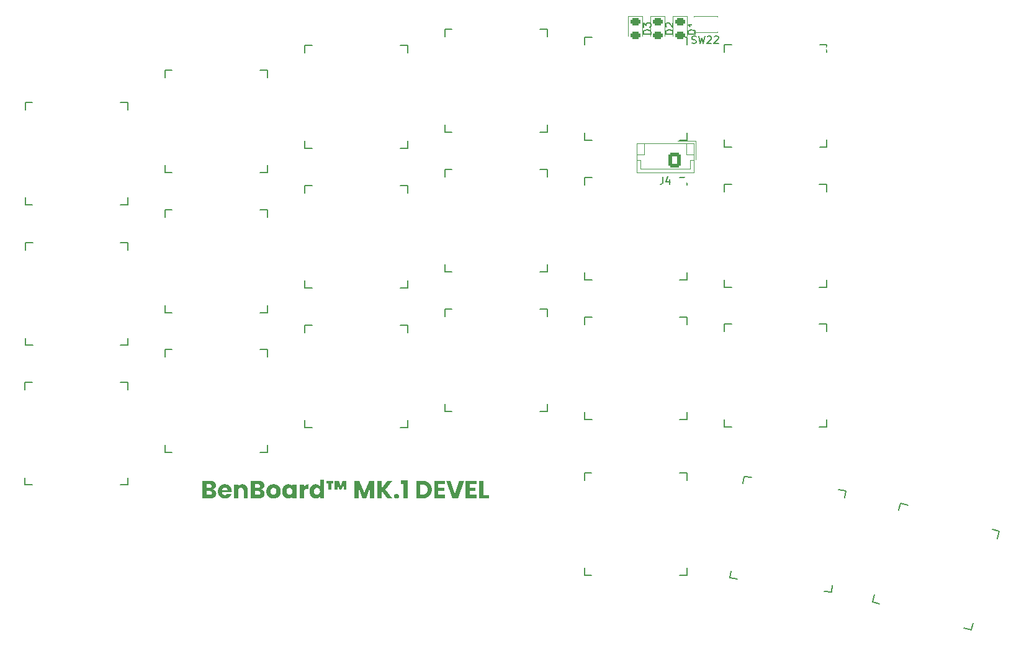
<source format=gto>
%TF.GenerationSoftware,KiCad,Pcbnew,7.99.0-1450-gc37332bdb3*%
%TF.CreationDate,2023-08-19T09:53:15+01:00*%
%TF.ProjectId,benboard,62656e62-6f61-4726-942e-6b696361645f,rev?*%
%TF.SameCoordinates,Original*%
%TF.FileFunction,Legend,Top*%
%TF.FilePolarity,Positive*%
%FSLAX46Y46*%
G04 Gerber Fmt 4.6, Leading zero omitted, Abs format (unit mm)*
G04 Created by KiCad (PCBNEW 7.99.0-1450-gc37332bdb3) date 2023-08-19 09:53:15*
%MOMM*%
%LPD*%
G01*
G04 APERTURE LIST*
G04 Aperture macros list*
%AMRoundRect*
0 Rectangle with rounded corners*
0 $1 Rounding radius*
0 $2 $3 $4 $5 $6 $7 $8 $9 X,Y pos of 4 corners*
0 Add a 4 corners polygon primitive as box body*
4,1,4,$2,$3,$4,$5,$6,$7,$8,$9,$2,$3,0*
0 Add four circle primitives for the rounded corners*
1,1,$1+$1,$2,$3*
1,1,$1+$1,$4,$5*
1,1,$1+$1,$6,$7*
1,1,$1+$1,$8,$9*
0 Add four rect primitives between the rounded corners*
20,1,$1+$1,$2,$3,$4,$5,0*
20,1,$1+$1,$4,$5,$6,$7,0*
20,1,$1+$1,$6,$7,$8,$9,0*
20,1,$1+$1,$8,$9,$2,$3,0*%
G04 Aperture macros list end*
%ADD10C,0.000000*%
%ADD11C,0.150000*%
%ADD12C,0.120000*%
%ADD13C,1.701800*%
%ADD14C,3.000000*%
%ADD15C,3.987800*%
%ADD16RoundRect,0.243750X-0.456250X0.243750X-0.456250X-0.243750X0.456250X-0.243750X0.456250X0.243750X0*%
%ADD17RoundRect,0.250000X0.600000X0.750000X-0.600000X0.750000X-0.600000X-0.750000X0.600000X-0.750000X0*%
%ADD18O,1.700000X2.000000*%
%ADD19R,0.550000X1.500000*%
%ADD20C,0.990600*%
%ADD21C,0.650000*%
%ADD22O,1.000000X1.800000*%
%ADD23O,1.000000X2.100000*%
G04 APERTURE END LIST*
D10*
G36*
X127312088Y-107964925D02*
G01*
X126434942Y-107964925D01*
X126434942Y-108445832D01*
X127210489Y-108445832D01*
X127210489Y-108892872D01*
X126434942Y-108892872D01*
X126434942Y-109414418D01*
X127312088Y-109414418D01*
X127312088Y-109878392D01*
X125855822Y-109878392D01*
X125855822Y-107500952D01*
X127312088Y-107500952D01*
X127312088Y-107964925D01*
G37*
G36*
X117917688Y-109878392D02*
G01*
X117314859Y-109878392D01*
X117314859Y-107944605D01*
X116979580Y-107944605D01*
X116979580Y-107406125D01*
X117917688Y-107406125D01*
X117917688Y-109878392D01*
G37*
G36*
X107821399Y-107822685D02*
G01*
X107540307Y-107822685D01*
X107543693Y-108676125D01*
X107123747Y-108676125D01*
X107127133Y-107822685D01*
X106846040Y-107822685D01*
X106846040Y-107487405D01*
X107821399Y-107487405D01*
X107821399Y-107822685D01*
G37*
G36*
X128267181Y-109431352D02*
G01*
X129025796Y-109431352D01*
X129025796Y-109878392D01*
X127688064Y-109878392D01*
X127688064Y-107500952D01*
X128267181Y-107500952D01*
X128267181Y-109431352D01*
G37*
G36*
X108796759Y-108168125D02*
G01*
X109074467Y-107487405D01*
X109592627Y-107487405D01*
X109592627Y-108676125D01*
X109209933Y-108676125D01*
X109199772Y-107995405D01*
X108922067Y-108676125D01*
X108640973Y-108676125D01*
X108363267Y-107961539D01*
X108363267Y-108676125D01*
X107994119Y-108676125D01*
X107994119Y-107487405D01*
X108556306Y-107487405D01*
X108796759Y-108168125D01*
G37*
G36*
X95440485Y-107969159D02*
G01*
X95480381Y-107971698D01*
X95519220Y-107975932D01*
X95557001Y-107981858D01*
X95593723Y-107989478D01*
X95629388Y-107998791D01*
X95663995Y-108009798D01*
X95697544Y-108022498D01*
X95730035Y-108036891D01*
X95761468Y-108052978D01*
X95791843Y-108070758D01*
X95821161Y-108090231D01*
X95849420Y-108111398D01*
X95876621Y-108134258D01*
X95902765Y-108158812D01*
X95927850Y-108185059D01*
X95952044Y-108212364D01*
X95974677Y-108240939D01*
X95995749Y-108270784D01*
X96015261Y-108301899D01*
X96033213Y-108334284D01*
X96049604Y-108367939D01*
X96064434Y-108402864D01*
X96077704Y-108439059D01*
X96089413Y-108476524D01*
X96099560Y-108515259D01*
X96108147Y-108555264D01*
X96115173Y-108596539D01*
X96120638Y-108639084D01*
X96124541Y-108682899D01*
X96126883Y-108727984D01*
X96127664Y-108774339D01*
X96127664Y-109878392D01*
X95551931Y-109878392D01*
X95551931Y-108852232D01*
X95551547Y-108828856D01*
X95550395Y-108806142D01*
X95548476Y-108784089D01*
X95545790Y-108762698D01*
X95542336Y-108741968D01*
X95538115Y-108721899D01*
X95533126Y-108702492D01*
X95527371Y-108683747D01*
X95520848Y-108665662D01*
X95513558Y-108648239D01*
X95505502Y-108631478D01*
X95496678Y-108615378D01*
X95487088Y-108599939D01*
X95476731Y-108585162D01*
X95465607Y-108571046D01*
X95453717Y-108557592D01*
X95441179Y-108544878D01*
X95428111Y-108532985D01*
X95414514Y-108521912D01*
X95400387Y-108511660D01*
X95385731Y-108502227D01*
X95370545Y-108493615D01*
X95354829Y-108485823D01*
X95338584Y-108478851D01*
X95321809Y-108472700D01*
X95304505Y-108467369D01*
X95286671Y-108462857D01*
X95268307Y-108459167D01*
X95249414Y-108456296D01*
X95229991Y-108454246D01*
X95210039Y-108453015D01*
X95189557Y-108452605D01*
X95169076Y-108453015D01*
X95149124Y-108454246D01*
X95129702Y-108456296D01*
X95110810Y-108459167D01*
X95092447Y-108462857D01*
X95074614Y-108467369D01*
X95057311Y-108472700D01*
X95040537Y-108478851D01*
X95024292Y-108485823D01*
X95008577Y-108493615D01*
X94993391Y-108502227D01*
X94978734Y-108511660D01*
X94964606Y-108521912D01*
X94951008Y-108532985D01*
X94937938Y-108544878D01*
X94925397Y-108557592D01*
X94913505Y-108571046D01*
X94902379Y-108585162D01*
X94892021Y-108599939D01*
X94882430Y-108615378D01*
X94873606Y-108631478D01*
X94865549Y-108648239D01*
X94858260Y-108665662D01*
X94851738Y-108683747D01*
X94845983Y-108702492D01*
X94840996Y-108721899D01*
X94836776Y-108741968D01*
X94833323Y-108762698D01*
X94830637Y-108784089D01*
X94828719Y-108806142D01*
X94827568Y-108828856D01*
X94827184Y-108852232D01*
X94827184Y-109878392D01*
X94248064Y-109878392D01*
X94248064Y-107988632D01*
X94827184Y-107988632D01*
X94827184Y-108239245D01*
X94838429Y-108223793D01*
X94850149Y-108208765D01*
X94862347Y-108194160D01*
X94875020Y-108179978D01*
X94888170Y-108166219D01*
X94901796Y-108152884D01*
X94915899Y-108139973D01*
X94930477Y-108127485D01*
X94945532Y-108115420D01*
X94961063Y-108103778D01*
X94977071Y-108092560D01*
X94993555Y-108081765D01*
X95010514Y-108071393D01*
X95027950Y-108061445D01*
X95045862Y-108051920D01*
X95064251Y-108042819D01*
X95083020Y-108033796D01*
X95102080Y-108025356D01*
X95121432Y-108017497D01*
X95141076Y-108010221D01*
X95161011Y-108003527D01*
X95181237Y-107997415D01*
X95201755Y-107991886D01*
X95222564Y-107986938D01*
X95243665Y-107982572D01*
X95265057Y-107978789D01*
X95286740Y-107975588D01*
X95308716Y-107972968D01*
X95330982Y-107970931D01*
X95353540Y-107969476D01*
X95376390Y-107968603D01*
X95399530Y-107968312D01*
X95440485Y-107969159D01*
G37*
G36*
X97644954Y-107501600D02*
G01*
X97688383Y-107503545D01*
X97730569Y-107506786D01*
X97771513Y-107511323D01*
X97811213Y-107517157D01*
X97849670Y-107524288D01*
X97886885Y-107532715D01*
X97922855Y-107542438D01*
X97957583Y-107553458D01*
X97991067Y-107565774D01*
X98023308Y-107579387D01*
X98054305Y-107594296D01*
X98084058Y-107610502D01*
X98112567Y-107628004D01*
X98139833Y-107646803D01*
X98165855Y-107666899D01*
X98190874Y-107688105D01*
X98214279Y-107710238D01*
X98236069Y-107733296D01*
X98256244Y-107757281D01*
X98274805Y-107782192D01*
X98291751Y-107808028D01*
X98307084Y-107834791D01*
X98320802Y-107862479D01*
X98332905Y-107891094D01*
X98343395Y-107920634D01*
X98352271Y-107951101D01*
X98359532Y-107982494D01*
X98365180Y-108014813D01*
X98369214Y-108048057D01*
X98371635Y-108082228D01*
X98372442Y-108117325D01*
X98372005Y-108143294D01*
X98370695Y-108168707D01*
X98368513Y-108193564D01*
X98365457Y-108217866D01*
X98361528Y-108241613D01*
X98356725Y-108264804D01*
X98351050Y-108287439D01*
X98344502Y-108309519D01*
X98337080Y-108331043D01*
X98328786Y-108352011D01*
X98319618Y-108372424D01*
X98309577Y-108392281D01*
X98298663Y-108411582D01*
X98286875Y-108430328D01*
X98274215Y-108448518D01*
X98260682Y-108466152D01*
X98246847Y-108483178D01*
X98232429Y-108499542D01*
X98217429Y-108515245D01*
X98201846Y-108530286D01*
X98185680Y-108544666D01*
X98168932Y-108558384D01*
X98151602Y-108571442D01*
X98133689Y-108583837D01*
X98115193Y-108595572D01*
X98096116Y-108606644D01*
X98076456Y-108617056D01*
X98056215Y-108626806D01*
X98035391Y-108635895D01*
X98013985Y-108644322D01*
X97991998Y-108652088D01*
X97969429Y-108659192D01*
X97994937Y-108665159D01*
X98019810Y-108672051D01*
X98044046Y-108679870D01*
X98067647Y-108688614D01*
X98090612Y-108698285D01*
X98112942Y-108708881D01*
X98134636Y-108720404D01*
X98155695Y-108732853D01*
X98176119Y-108746227D01*
X98195909Y-108760528D01*
X98215063Y-108775754D01*
X98233583Y-108791907D01*
X98251469Y-108808986D01*
X98268721Y-108826991D01*
X98285338Y-108845922D01*
X98301322Y-108865779D01*
X98316499Y-108885860D01*
X98330696Y-108906312D01*
X98343913Y-108927135D01*
X98356151Y-108948328D01*
X98367409Y-108969891D01*
X98377688Y-108991825D01*
X98386988Y-109014129D01*
X98395308Y-109036804D01*
X98402650Y-109059849D01*
X98409012Y-109083265D01*
X98414395Y-109107051D01*
X98418799Y-109131208D01*
X98422225Y-109155735D01*
X98424671Y-109180632D01*
X98426139Y-109205900D01*
X98426629Y-109231539D01*
X98425808Y-109268316D01*
X98423347Y-109304141D01*
X98419245Y-109339013D01*
X98413503Y-109372932D01*
X98406120Y-109405899D01*
X98397096Y-109437914D01*
X98386433Y-109468976D01*
X98374129Y-109499085D01*
X98360184Y-109528242D01*
X98344600Y-109556447D01*
X98327375Y-109583699D01*
X98308511Y-109609998D01*
X98288006Y-109635345D01*
X98265862Y-109659740D01*
X98242078Y-109683182D01*
X98216655Y-109705672D01*
X98190180Y-109726587D01*
X98162409Y-109746153D01*
X98133343Y-109764370D01*
X98102980Y-109781237D01*
X98071321Y-109796755D01*
X98038366Y-109810923D01*
X98004115Y-109823742D01*
X97968568Y-109835212D01*
X97931725Y-109845332D01*
X97893586Y-109854103D01*
X97854151Y-109861525D01*
X97813420Y-109867597D01*
X97771393Y-109872320D01*
X97728070Y-109875693D01*
X97683450Y-109877717D01*
X97637535Y-109878392D01*
X96530095Y-109878392D01*
X96530095Y-108886099D01*
X97109215Y-108886099D01*
X97109215Y-109411032D01*
X97535935Y-109411032D01*
X97553877Y-109410780D01*
X97571289Y-109410026D01*
X97588172Y-109408770D01*
X97604525Y-109407010D01*
X97620348Y-109404748D01*
X97635642Y-109401983D01*
X97650407Y-109398716D01*
X97664642Y-109394946D01*
X97678347Y-109390673D01*
X97691522Y-109385897D01*
X97704168Y-109380619D01*
X97716285Y-109374838D01*
X97727872Y-109368554D01*
X97738929Y-109361767D01*
X97749457Y-109354477D01*
X97759455Y-109346685D01*
X97769297Y-109337994D01*
X97778505Y-109328853D01*
X97787077Y-109319262D01*
X97795015Y-109309221D01*
X97802317Y-109298731D01*
X97808985Y-109287790D01*
X97815017Y-109276400D01*
X97820415Y-109264560D01*
X97825177Y-109252270D01*
X97829305Y-109239530D01*
X97832797Y-109226341D01*
X97835655Y-109212701D01*
X97837877Y-109198612D01*
X97839465Y-109184073D01*
X97840417Y-109169084D01*
X97840735Y-109153645D01*
X97840404Y-109138193D01*
X97839412Y-109123165D01*
X97837760Y-109108560D01*
X97835446Y-109094378D01*
X97832470Y-109080619D01*
X97828833Y-109067284D01*
X97824535Y-109054373D01*
X97819575Y-109041885D01*
X97813953Y-109029820D01*
X97807670Y-109018178D01*
X97800725Y-109006960D01*
X97793118Y-108996165D01*
X97784849Y-108985793D01*
X97775918Y-108975845D01*
X97766324Y-108966320D01*
X97756069Y-108957219D01*
X97745658Y-108948606D01*
X97734744Y-108940550D01*
X97723328Y-108933049D01*
X97711410Y-108926104D01*
X97698988Y-108919714D01*
X97686065Y-108913880D01*
X97672638Y-108908601D01*
X97658709Y-108903879D01*
X97644276Y-108899711D01*
X97629341Y-108896100D01*
X97613903Y-108893044D01*
X97597961Y-108890544D01*
X97581516Y-108888599D01*
X97564568Y-108887210D01*
X97547117Y-108886376D01*
X97529162Y-108886099D01*
X97109215Y-108886099D01*
X96530095Y-108886099D01*
X96530095Y-107964925D01*
X97109215Y-107964925D01*
X97109215Y-108462765D01*
X97488522Y-108462765D01*
X97506037Y-108462527D01*
X97523023Y-108461813D01*
X97539479Y-108460622D01*
X97555406Y-108458955D01*
X97570803Y-108456812D01*
X97585672Y-108454193D01*
X97600011Y-108451097D01*
X97613822Y-108447525D01*
X97627103Y-108443477D01*
X97639855Y-108438953D01*
X97652079Y-108433952D01*
X97663774Y-108428475D01*
X97674940Y-108422522D01*
X97685578Y-108416093D01*
X97695687Y-108409187D01*
X97705268Y-108401805D01*
X97714697Y-108393537D01*
X97723519Y-108384819D01*
X97731733Y-108375651D01*
X97739339Y-108366033D01*
X97746337Y-108355965D01*
X97752727Y-108345448D01*
X97758508Y-108334481D01*
X97763682Y-108323065D01*
X97768247Y-108311198D01*
X97772203Y-108298882D01*
X97775551Y-108286116D01*
X97778291Y-108272900D01*
X97780422Y-108259234D01*
X97781944Y-108245119D01*
X97782857Y-108230554D01*
X97783162Y-108215539D01*
X97782857Y-108200524D01*
X97781944Y-108185958D01*
X97780422Y-108171843D01*
X97778291Y-108158177D01*
X97775551Y-108144961D01*
X97772203Y-108132195D01*
X97768247Y-108119879D01*
X97763682Y-108108013D01*
X97758508Y-108096596D01*
X97752727Y-108085629D01*
X97746337Y-108075112D01*
X97739339Y-108065044D01*
X97731733Y-108055427D01*
X97723519Y-108046259D01*
X97714697Y-108037540D01*
X97705268Y-108029272D01*
X97695687Y-108021480D01*
X97685578Y-108014190D01*
X97674940Y-108007403D01*
X97663774Y-108001120D01*
X97652079Y-107995338D01*
X97639855Y-107990060D01*
X97627103Y-107985284D01*
X97613822Y-107981011D01*
X97600011Y-107977241D01*
X97585672Y-107973974D01*
X97570803Y-107971209D01*
X97555406Y-107968947D01*
X97539479Y-107967187D01*
X97523023Y-107965931D01*
X97506037Y-107965177D01*
X97488522Y-107964925D01*
X97109215Y-107964925D01*
X96530095Y-107964925D01*
X96530095Y-107500952D01*
X97600282Y-107500952D01*
X97644954Y-107501600D01*
G37*
G36*
X104389225Y-108581298D02*
G01*
X104230052Y-108581298D01*
X104203379Y-108581669D01*
X104177553Y-108582780D01*
X104152574Y-108584632D01*
X104128442Y-108587225D01*
X104105157Y-108590559D01*
X104082719Y-108594633D01*
X104061129Y-108599448D01*
X104040385Y-108605005D01*
X104020489Y-108611302D01*
X104001439Y-108618339D01*
X103983237Y-108626118D01*
X103965882Y-108634638D01*
X103949374Y-108643898D01*
X103933712Y-108653900D01*
X103918898Y-108664642D01*
X103904931Y-108676125D01*
X103898265Y-108681979D01*
X103891811Y-108688111D01*
X103885568Y-108694520D01*
X103879537Y-108701208D01*
X103873717Y-108708173D01*
X103868108Y-108715416D01*
X103857526Y-108730735D01*
X103847789Y-108747166D01*
X103838899Y-108764708D01*
X103830855Y-108783361D01*
X103823658Y-108803125D01*
X103817307Y-108824001D01*
X103811802Y-108845988D01*
X103807145Y-108869086D01*
X103803333Y-108893295D01*
X103800369Y-108918616D01*
X103798251Y-108945048D01*
X103796981Y-108972591D01*
X103796557Y-109001245D01*
X103796557Y-109878392D01*
X103217439Y-109878392D01*
X103217439Y-107988632D01*
X103796557Y-107988632D01*
X103796557Y-108303592D01*
X103809456Y-108284383D01*
X103822751Y-108265703D01*
X103836443Y-108247552D01*
X103850533Y-108229931D01*
X103865019Y-108212839D01*
X103879901Y-108196276D01*
X103895181Y-108180242D01*
X103910858Y-108164737D01*
X103926931Y-108149762D01*
X103943401Y-108135316D01*
X103960269Y-108121399D01*
X103977533Y-108108011D01*
X103995194Y-108095152D01*
X104013252Y-108082823D01*
X104031707Y-108071023D01*
X104050558Y-108059752D01*
X104069740Y-108048679D01*
X104089186Y-108038321D01*
X104108897Y-108028677D01*
X104128872Y-108019747D01*
X104149112Y-108011532D01*
X104169616Y-108004031D01*
X104190385Y-107997244D01*
X104211419Y-107991172D01*
X104232717Y-107985814D01*
X104254280Y-107981171D01*
X104276108Y-107977242D01*
X104298202Y-107974027D01*
X104320560Y-107971527D01*
X104343183Y-107969741D01*
X104366072Y-107968669D01*
X104389225Y-107968312D01*
X104389225Y-108581298D01*
G37*
G36*
X120026417Y-107501534D02*
G01*
X120072296Y-107503280D01*
X120117435Y-107506191D01*
X120161833Y-107510265D01*
X120205490Y-107515504D01*
X120248407Y-107521907D01*
X120290582Y-107529475D01*
X120332017Y-107538206D01*
X120372710Y-107548101D01*
X120412663Y-107559161D01*
X120451874Y-107571385D01*
X120490344Y-107584773D01*
X120528073Y-107599325D01*
X120565060Y-107615041D01*
X120601306Y-107631921D01*
X120636810Y-107649965D01*
X120671450Y-107669068D01*
X120705083Y-107689123D01*
X120737710Y-107710131D01*
X120769329Y-107732091D01*
X120799942Y-107755004D01*
X120829549Y-107778870D01*
X120858150Y-107803688D01*
X120885744Y-107829459D01*
X120912333Y-107856182D01*
X120937916Y-107883857D01*
X120962493Y-107912485D01*
X120986065Y-107942066D01*
X121008632Y-107972599D01*
X121030194Y-108004084D01*
X121050751Y-108036522D01*
X121070303Y-108069912D01*
X121089171Y-108103686D01*
X121106821Y-108138122D01*
X121123253Y-108173219D01*
X121138467Y-108208978D01*
X121152464Y-108245398D01*
X121165243Y-108282479D01*
X121176805Y-108320222D01*
X121187150Y-108358627D01*
X121196277Y-108397692D01*
X121204187Y-108437419D01*
X121210879Y-108477808D01*
X121216355Y-108518858D01*
X121220614Y-108560569D01*
X121223656Y-108602942D01*
X121225481Y-108645976D01*
X121226089Y-108689672D01*
X121225481Y-108732971D01*
X121223656Y-108775662D01*
X121220614Y-108817744D01*
X121216355Y-108859218D01*
X121210879Y-108900083D01*
X121204187Y-108940339D01*
X121196277Y-108979987D01*
X121187150Y-109019027D01*
X121176805Y-109057457D01*
X121165243Y-109095279D01*
X121152464Y-109132493D01*
X121138467Y-109169098D01*
X121123253Y-109205094D01*
X121106821Y-109240482D01*
X121089171Y-109275261D01*
X121070303Y-109309432D01*
X121050737Y-109342822D01*
X121030140Y-109375260D01*
X121008510Y-109406745D01*
X120985849Y-109437278D01*
X120962155Y-109466859D01*
X120937430Y-109495487D01*
X120911673Y-109523162D01*
X120884884Y-109549885D01*
X120857063Y-109575656D01*
X120828210Y-109600474D01*
X120798325Y-109624339D01*
X120767408Y-109647252D01*
X120735460Y-109669213D01*
X120702479Y-109690221D01*
X120668467Y-109710276D01*
X120633423Y-109729378D01*
X120597932Y-109747423D01*
X120561727Y-109764303D01*
X120524808Y-109780019D01*
X120487174Y-109794571D01*
X120448825Y-109807959D01*
X120409761Y-109820183D01*
X120369983Y-109831242D01*
X120329490Y-109841138D01*
X120288282Y-109849869D01*
X120246358Y-109857436D01*
X120203720Y-109863839D01*
X120160366Y-109869078D01*
X120116297Y-109873153D01*
X120071513Y-109876063D01*
X120026013Y-109877810D01*
X119979797Y-109878392D01*
X119089105Y-109878392D01*
X119089105Y-107995405D01*
X119668225Y-107995405D01*
X119668225Y-109377165D01*
X119942544Y-109377165D01*
X119983042Y-109376464D01*
X120022400Y-109374361D01*
X120060621Y-109370855D01*
X120097703Y-109365947D01*
X120133647Y-109359636D01*
X120168453Y-109351924D01*
X120202120Y-109342808D01*
X120234650Y-109332291D01*
X120266042Y-109320372D01*
X120296296Y-109307050D01*
X120325412Y-109292326D01*
X120353391Y-109276199D01*
X120380232Y-109258671D01*
X120405935Y-109239740D01*
X120430502Y-109219407D01*
X120453930Y-109197672D01*
X120476076Y-109174653D01*
X120496792Y-109150471D01*
X120516080Y-109125124D01*
X120533939Y-109098613D01*
X120550370Y-109070938D01*
X120565372Y-109042098D01*
X120578945Y-109012094D01*
X120591089Y-108980927D01*
X120601805Y-108948594D01*
X120611092Y-108915098D01*
X120618950Y-108880438D01*
X120625380Y-108844613D01*
X120630380Y-108807624D01*
X120633952Y-108769471D01*
X120636096Y-108730153D01*
X120636810Y-108689672D01*
X120636096Y-108649177D01*
X120633952Y-108609820D01*
X120630380Y-108571601D01*
X120625380Y-108534520D01*
X120618950Y-108498576D01*
X120611092Y-108463770D01*
X120601805Y-108430102D01*
X120591089Y-108397571D01*
X120578945Y-108366179D01*
X120565372Y-108335924D01*
X120550370Y-108306806D01*
X120533939Y-108278827D01*
X120516080Y-108251985D01*
X120496792Y-108226281D01*
X120476076Y-108201714D01*
X120453930Y-108178285D01*
X120430502Y-108156140D01*
X120405935Y-108135423D01*
X120380232Y-108116135D01*
X120353391Y-108098275D01*
X120325412Y-108081845D01*
X120296296Y-108066843D01*
X120266042Y-108053270D01*
X120234650Y-108041125D01*
X120202120Y-108030410D01*
X120168453Y-108021123D01*
X120133647Y-108013265D01*
X120097703Y-108006835D01*
X120060621Y-108001835D01*
X120022400Y-107998263D01*
X119983042Y-107996120D01*
X119942544Y-107995405D01*
X119668225Y-107995405D01*
X119089105Y-107995405D01*
X119089105Y-107500952D01*
X119979797Y-107500952D01*
X120026417Y-107501534D01*
G37*
G36*
X93035108Y-107961988D02*
G01*
X93068684Y-107963338D01*
X93101783Y-107965587D01*
X93134406Y-107968735D01*
X93166553Y-107972783D01*
X93198224Y-107977731D01*
X93229418Y-107983578D01*
X93260136Y-107990325D01*
X93290378Y-107997971D01*
X93320144Y-108006517D01*
X93349433Y-108015963D01*
X93378246Y-108026308D01*
X93406583Y-108037553D01*
X93434444Y-108049697D01*
X93461828Y-108062741D01*
X93488736Y-108076685D01*
X93515036Y-108091463D01*
X93540595Y-108107007D01*
X93565413Y-108123319D01*
X93589490Y-108140398D01*
X93612826Y-108158244D01*
X93635422Y-108176857D01*
X93657277Y-108196238D01*
X93678390Y-108216386D01*
X93698763Y-108237301D01*
X93718396Y-108258984D01*
X93737287Y-108281433D01*
X93755437Y-108304651D01*
X93772847Y-108328635D01*
X93789515Y-108353387D01*
X93805443Y-108378906D01*
X93820630Y-108405192D01*
X93835394Y-108432140D01*
X93849205Y-108459643D01*
X93862064Y-108487702D01*
X93873970Y-108516317D01*
X93884924Y-108545487D01*
X93894925Y-108575213D01*
X93903974Y-108605495D01*
X93912070Y-108636332D01*
X93919214Y-108667725D01*
X93925405Y-108699673D01*
X93930644Y-108732177D01*
X93934930Y-108765237D01*
X93938264Y-108798852D01*
X93940645Y-108833023D01*
X93942074Y-108867750D01*
X93942550Y-108903032D01*
X93942391Y-108923458D01*
X93941915Y-108944095D01*
X93941121Y-108964945D01*
X93940010Y-108986006D01*
X93938581Y-109007278D01*
X93936835Y-109028763D01*
X93934771Y-109050458D01*
X93932390Y-109072365D01*
X92621750Y-109072365D01*
X92623774Y-109094061D01*
X92626460Y-109115122D01*
X92629807Y-109135548D01*
X92633816Y-109155339D01*
X92638486Y-109174495D01*
X92643817Y-109193015D01*
X92649810Y-109210901D01*
X92656464Y-109228152D01*
X92663780Y-109244767D01*
X92671757Y-109260748D01*
X92680396Y-109276094D01*
X92689696Y-109290805D01*
X92699657Y-109304880D01*
X92710280Y-109318321D01*
X92721564Y-109331127D01*
X92733510Y-109343299D01*
X92746382Y-109354371D01*
X92759598Y-109364730D01*
X92773157Y-109374374D01*
X92787061Y-109383304D01*
X92801309Y-109391519D01*
X92815901Y-109399020D01*
X92830836Y-109405806D01*
X92846116Y-109411879D01*
X92861739Y-109417236D01*
X92877707Y-109421880D01*
X92894018Y-109425809D01*
X92910674Y-109429024D01*
X92927674Y-109431524D01*
X92945017Y-109433310D01*
X92962705Y-109434381D01*
X92980737Y-109434739D01*
X93007314Y-109434024D01*
X93032860Y-109431881D01*
X93057374Y-109428309D01*
X93080855Y-109423309D01*
X93103305Y-109416879D01*
X93124723Y-109409021D01*
X93145109Y-109399734D01*
X93164463Y-109389019D01*
X93182785Y-109376874D01*
X93200075Y-109363301D01*
X93216334Y-109348299D01*
X93231561Y-109331869D01*
X93245756Y-109314009D01*
X93258919Y-109294721D01*
X93271050Y-109274004D01*
X93282150Y-109251859D01*
X93898523Y-109251859D01*
X93892292Y-109274997D01*
X93885453Y-109297844D01*
X93878005Y-109320400D01*
X93869949Y-109342664D01*
X93861284Y-109364638D01*
X93852010Y-109386321D01*
X93842128Y-109407713D01*
X93831638Y-109428813D01*
X93820538Y-109449623D01*
X93808830Y-109470141D01*
X93796514Y-109490368D01*
X93783589Y-109510304D01*
X93770055Y-109529950D01*
X93755913Y-109549304D01*
X93741162Y-109568367D01*
X93725803Y-109587138D01*
X93710312Y-109605513D01*
X93694318Y-109623386D01*
X93677821Y-109640755D01*
X93660822Y-109657622D01*
X93643319Y-109673987D01*
X93625315Y-109689848D01*
X93606807Y-109705207D01*
X93587797Y-109720064D01*
X93568284Y-109734417D01*
X93548268Y-109748268D01*
X93527750Y-109761617D01*
X93506729Y-109774462D01*
X93485205Y-109786805D01*
X93463178Y-109798646D01*
X93440649Y-109809984D01*
X93417616Y-109820819D01*
X93394161Y-109831071D01*
X93370361Y-109840663D01*
X93346218Y-109849593D01*
X93321730Y-109857861D01*
X93296899Y-109865468D01*
X93271724Y-109872413D01*
X93246205Y-109878697D01*
X93220342Y-109884319D01*
X93194135Y-109889280D01*
X93167584Y-109893579D01*
X93140689Y-109897217D01*
X93113450Y-109900194D01*
X93085868Y-109902509D01*
X93057941Y-109904162D01*
X93029671Y-109905154D01*
X93001056Y-109905485D01*
X92966581Y-109905022D01*
X92932582Y-109903633D01*
X92899059Y-109901318D01*
X92866013Y-109898077D01*
X92833442Y-109893909D01*
X92801349Y-109888816D01*
X92769731Y-109882797D01*
X92738590Y-109875851D01*
X92707925Y-109867980D01*
X92677736Y-109859182D01*
X92648023Y-109849459D01*
X92618787Y-109838809D01*
X92590027Y-109827234D01*
X92561743Y-109814733D01*
X92533935Y-109801305D01*
X92506603Y-109786952D01*
X92479880Y-109771739D01*
X92453897Y-109755731D01*
X92428656Y-109738931D01*
X92404156Y-109721336D01*
X92380396Y-109702947D01*
X92357377Y-109683765D01*
X92335099Y-109663789D01*
X92313562Y-109643019D01*
X92292766Y-109621455D01*
X92272711Y-109599097D01*
X92253396Y-109575946D01*
X92234823Y-109552001D01*
X92216990Y-109527263D01*
X92199898Y-109501731D01*
X92183547Y-109475405D01*
X92167936Y-109448285D01*
X92153173Y-109420478D01*
X92139361Y-109392088D01*
X92126503Y-109363117D01*
X92114596Y-109333563D01*
X92103643Y-109303427D01*
X92093641Y-109272708D01*
X92084593Y-109241408D01*
X92076496Y-109209526D01*
X92069353Y-109177061D01*
X92063161Y-109144015D01*
X92057923Y-109110386D01*
X92053636Y-109076175D01*
X92050303Y-109041383D01*
X92047921Y-109006008D01*
X92046493Y-108970051D01*
X92046016Y-108933512D01*
X92046479Y-108896973D01*
X92047869Y-108861016D01*
X92050184Y-108825641D01*
X92053425Y-108790848D01*
X92057592Y-108756638D01*
X92058502Y-108750632D01*
X92625136Y-108750632D01*
X93349883Y-108750632D01*
X93349486Y-108732244D01*
X93348295Y-108714332D01*
X93346311Y-108696896D01*
X93343533Y-108679936D01*
X93339961Y-108663452D01*
X93335595Y-108647445D01*
X93330436Y-108631914D01*
X93324483Y-108616859D01*
X93317736Y-108602280D01*
X93310196Y-108588177D01*
X93301861Y-108574551D01*
X93292733Y-108561401D01*
X93282811Y-108548728D01*
X93272096Y-108536531D01*
X93260586Y-108524810D01*
X93248283Y-108513565D01*
X93235385Y-108502903D01*
X93222089Y-108492928D01*
X93208397Y-108483642D01*
X93194308Y-108475043D01*
X93179822Y-108467132D01*
X93164939Y-108459909D01*
X93149660Y-108453373D01*
X93133983Y-108447526D01*
X93117910Y-108442366D01*
X93101439Y-108437895D01*
X93084572Y-108434111D01*
X93067308Y-108431016D01*
X93049647Y-108428608D01*
X93031589Y-108426888D01*
X93013135Y-108425856D01*
X92994283Y-108425512D01*
X92976251Y-108425843D01*
X92958564Y-108426835D01*
X92941220Y-108428488D01*
X92924221Y-108430803D01*
X92907565Y-108433780D01*
X92891253Y-108437418D01*
X92875286Y-108441717D01*
X92859662Y-108446678D01*
X92844383Y-108452300D01*
X92829447Y-108458584D01*
X92814855Y-108465529D01*
X92800608Y-108473136D01*
X92786704Y-108481404D01*
X92773144Y-108490334D01*
X92759928Y-108499926D01*
X92747056Y-108510179D01*
X92735071Y-108521040D01*
X92723668Y-108532457D01*
X92712847Y-108544429D01*
X92702607Y-108556957D01*
X92692950Y-108570041D01*
X92683875Y-108583680D01*
X92675382Y-108597875D01*
X92667471Y-108612625D01*
X92660142Y-108627931D01*
X92653395Y-108643793D01*
X92647230Y-108660210D01*
X92641647Y-108677183D01*
X92636647Y-108694712D01*
X92632228Y-108712796D01*
X92628391Y-108731436D01*
X92625136Y-108750632D01*
X92058502Y-108750632D01*
X92062686Y-108723009D01*
X92068705Y-108689962D01*
X92075650Y-108657498D01*
X92083522Y-108625616D01*
X92092319Y-108594315D01*
X92102043Y-108563597D01*
X92112692Y-108533461D01*
X92124268Y-108503907D01*
X92136769Y-108474936D01*
X92150197Y-108446546D01*
X92164550Y-108418739D01*
X92180160Y-108391619D01*
X92196511Y-108365293D01*
X92213603Y-108339761D01*
X92231436Y-108315022D01*
X92250010Y-108291078D01*
X92269324Y-108267926D01*
X92289380Y-108245569D01*
X92310176Y-108224005D01*
X92331713Y-108203235D01*
X92353991Y-108183259D01*
X92377009Y-108164077D01*
X92400769Y-108145688D01*
X92425270Y-108128093D01*
X92450511Y-108111292D01*
X92476493Y-108095285D01*
X92503216Y-108080072D01*
X92530561Y-108065719D01*
X92558409Y-108052291D01*
X92586759Y-108039790D01*
X92615612Y-108028214D01*
X92644968Y-108017565D01*
X92674826Y-108007841D01*
X92705187Y-107999044D01*
X92736051Y-107991173D01*
X92767417Y-107984227D01*
X92799286Y-107978208D01*
X92831658Y-107973114D01*
X92864532Y-107968947D01*
X92897909Y-107965706D01*
X92931789Y-107963391D01*
X92966171Y-107962002D01*
X93001056Y-107961539D01*
X93035108Y-107961988D01*
G37*
G36*
X106545633Y-109878392D02*
G01*
X105966513Y-109878392D01*
X105966513Y-109607458D01*
X105956075Y-109624180D01*
X105945081Y-109640479D01*
X105933532Y-109656354D01*
X105921427Y-109671806D01*
X105908767Y-109686834D01*
X105895551Y-109701439D01*
X105881779Y-109715621D01*
X105867452Y-109729379D01*
X105852569Y-109742714D01*
X105837131Y-109755626D01*
X105821137Y-109768114D01*
X105804587Y-109780179D01*
X105787482Y-109791820D01*
X105769821Y-109803039D01*
X105751604Y-109813834D01*
X105732832Y-109824205D01*
X105714010Y-109834048D01*
X105694790Y-109843255D01*
X105675171Y-109851828D01*
X105655156Y-109859765D01*
X105634743Y-109867068D01*
X105613932Y-109873735D01*
X105592724Y-109879768D01*
X105571119Y-109885165D01*
X105549118Y-109889928D01*
X105526719Y-109894055D01*
X105503924Y-109897548D01*
X105480733Y-109900405D01*
X105457145Y-109902628D01*
X105433161Y-109904215D01*
X105408781Y-109905168D01*
X105384005Y-109905485D01*
X105354967Y-109905022D01*
X105326273Y-109903633D01*
X105297922Y-109901318D01*
X105269915Y-109898077D01*
X105242251Y-109893909D01*
X105214932Y-109888816D01*
X105187957Y-109882797D01*
X105161326Y-109875851D01*
X105135038Y-109867980D01*
X105109096Y-109859182D01*
X105083497Y-109849459D01*
X105058243Y-109838809D01*
X105033334Y-109827234D01*
X105008769Y-109814733D01*
X104984549Y-109801305D01*
X104960673Y-109786952D01*
X104937274Y-109771328D01*
X104914482Y-109754937D01*
X104892298Y-109737779D01*
X104870722Y-109719853D01*
X104849753Y-109701160D01*
X104829394Y-109681700D01*
X104809642Y-109661473D01*
X104790498Y-109640478D01*
X104771963Y-109618716D01*
X104754037Y-109596186D01*
X104736719Y-109572890D01*
X104720009Y-109548826D01*
X104703908Y-109523995D01*
X104688416Y-109498397D01*
X104673533Y-109472031D01*
X104659259Y-109444898D01*
X104646138Y-109416694D01*
X104633864Y-109387960D01*
X104622435Y-109358697D01*
X104611853Y-109328905D01*
X104602117Y-109298584D01*
X104593227Y-109267733D01*
X104585183Y-109236353D01*
X104577985Y-109204445D01*
X104571634Y-109172007D01*
X104566130Y-109139039D01*
X104561472Y-109105543D01*
X104557661Y-109071518D01*
X104554696Y-109036963D01*
X104552579Y-109001880D01*
X104551308Y-108966267D01*
X104550885Y-108930125D01*
X105140165Y-108930125D01*
X105140629Y-108956875D01*
X105142018Y-108982937D01*
X105144334Y-109008310D01*
X105147576Y-109032996D01*
X105151744Y-109056994D01*
X105156839Y-109080304D01*
X105162859Y-109102926D01*
X105169805Y-109124860D01*
X105177677Y-109146106D01*
X105186475Y-109166664D01*
X105196198Y-109186534D01*
X105206847Y-109205716D01*
X105218422Y-109224210D01*
X105230922Y-109242017D01*
X105244348Y-109259135D01*
X105258699Y-109275565D01*
X105274137Y-109290739D01*
X105289973Y-109304935D01*
X105306205Y-109318151D01*
X105322834Y-109330388D01*
X105339860Y-109341646D01*
X105357283Y-109351925D01*
X105375102Y-109361225D01*
X105393319Y-109369546D01*
X105411932Y-109376888D01*
X105430943Y-109383251D01*
X105450350Y-109388635D01*
X105470154Y-109393041D01*
X105490355Y-109396467D01*
X105510952Y-109398914D01*
X105531947Y-109400383D01*
X105553338Y-109400872D01*
X105574717Y-109400383D01*
X105595672Y-109398914D01*
X105616205Y-109396467D01*
X105636314Y-109393041D01*
X105656000Y-109388635D01*
X105675263Y-109383251D01*
X105694102Y-109376888D01*
X105712518Y-109369546D01*
X105730511Y-109361225D01*
X105748080Y-109351925D01*
X105765225Y-109341646D01*
X105781946Y-109330388D01*
X105798244Y-109318151D01*
X105814117Y-109304935D01*
X105829567Y-109290739D01*
X105844592Y-109275565D01*
X105859356Y-109259545D01*
X105873167Y-109242809D01*
X105886026Y-109225360D01*
X105897932Y-109207196D01*
X105908886Y-109188319D01*
X105918887Y-109168726D01*
X105927936Y-109148420D01*
X105936033Y-109127399D01*
X105943176Y-109105663D01*
X105949368Y-109083213D01*
X105954606Y-109060049D01*
X105958893Y-109036171D01*
X105962226Y-109011578D01*
X105964608Y-108986270D01*
X105966037Y-108960248D01*
X105966513Y-108933512D01*
X105966037Y-108906776D01*
X105964608Y-108880754D01*
X105962226Y-108855446D01*
X105958893Y-108830853D01*
X105954606Y-108806974D01*
X105949368Y-108783810D01*
X105943176Y-108761361D01*
X105936033Y-108739625D01*
X105927936Y-108718604D01*
X105918887Y-108698298D01*
X105908886Y-108678705D01*
X105897932Y-108659827D01*
X105886026Y-108641664D01*
X105873167Y-108624214D01*
X105859356Y-108607479D01*
X105844592Y-108591459D01*
X105829567Y-108576284D01*
X105814117Y-108562089D01*
X105798244Y-108548873D01*
X105781946Y-108536636D01*
X105765225Y-108525378D01*
X105748080Y-108515099D01*
X105730511Y-108505799D01*
X105712518Y-108497478D01*
X105694102Y-108490136D01*
X105675263Y-108483773D01*
X105656000Y-108478389D01*
X105636314Y-108473983D01*
X105616205Y-108470557D01*
X105595672Y-108468110D01*
X105574717Y-108466641D01*
X105553338Y-108466152D01*
X105531947Y-108466641D01*
X105510952Y-108468110D01*
X105490355Y-108470557D01*
X105470154Y-108473983D01*
X105450350Y-108478389D01*
X105430943Y-108483773D01*
X105411932Y-108490136D01*
X105393319Y-108497478D01*
X105375102Y-108505799D01*
X105357283Y-108515099D01*
X105339860Y-108525378D01*
X105322834Y-108536636D01*
X105306205Y-108548873D01*
X105289973Y-108562089D01*
X105274137Y-108576284D01*
X105258699Y-108591459D01*
X105244348Y-108607069D01*
X105230922Y-108623420D01*
X105218422Y-108640512D01*
X105206847Y-108658345D01*
X105196198Y-108676919D01*
X105186475Y-108696233D01*
X105177677Y-108716288D01*
X105169805Y-108737085D01*
X105162859Y-108758622D01*
X105156839Y-108780899D01*
X105151744Y-108803918D01*
X105147576Y-108827678D01*
X105144334Y-108852178D01*
X105142018Y-108877420D01*
X105140629Y-108903402D01*
X105140165Y-108930125D01*
X104550885Y-108930125D01*
X104551308Y-108893997D01*
X104552579Y-108858424D01*
X104554696Y-108823406D01*
X104557661Y-108788944D01*
X104561472Y-108755038D01*
X104566130Y-108721687D01*
X104571634Y-108688892D01*
X104577985Y-108656652D01*
X104585183Y-108624968D01*
X104593227Y-108593840D01*
X104602117Y-108563267D01*
X104611853Y-108533250D01*
X104622435Y-108503788D01*
X104633864Y-108474883D01*
X104646138Y-108446533D01*
X104659259Y-108418739D01*
X104673533Y-108391619D01*
X104688416Y-108365293D01*
X104703908Y-108339761D01*
X104720009Y-108315022D01*
X104736719Y-108291078D01*
X104754037Y-108267926D01*
X104771963Y-108245569D01*
X104790498Y-108224005D01*
X104809642Y-108203235D01*
X104829394Y-108183259D01*
X104849753Y-108164077D01*
X104870722Y-108145688D01*
X104892298Y-108128093D01*
X104914482Y-108111292D01*
X104937274Y-108095285D01*
X104960673Y-108080072D01*
X104984549Y-108065719D01*
X105008769Y-108052291D01*
X105033334Y-108039790D01*
X105058243Y-108028214D01*
X105083497Y-108017565D01*
X105109096Y-108007841D01*
X105135038Y-107999044D01*
X105161326Y-107991173D01*
X105187957Y-107984227D01*
X105214932Y-107978208D01*
X105242251Y-107973114D01*
X105269915Y-107968947D01*
X105297922Y-107965706D01*
X105326273Y-107963391D01*
X105354967Y-107962002D01*
X105384005Y-107961539D01*
X105407159Y-107961843D01*
X105430048Y-107962756D01*
X105452672Y-107964277D01*
X105475030Y-107966407D01*
X105497123Y-107969146D01*
X105518951Y-107972493D01*
X105540514Y-107976448D01*
X105561812Y-107981013D01*
X105582846Y-107986185D01*
X105603615Y-107991966D01*
X105624119Y-107998356D01*
X105644358Y-108005354D01*
X105664333Y-108012961D01*
X105684044Y-108021176D01*
X105703491Y-108030000D01*
X105722673Y-108039432D01*
X105741884Y-108049380D01*
X105760566Y-108059751D01*
X105778719Y-108070546D01*
X105796342Y-108081765D01*
X105813435Y-108093406D01*
X105829999Y-108105471D01*
X105846034Y-108117960D01*
X105861539Y-108130871D01*
X105876514Y-108144206D01*
X105890960Y-108157965D01*
X105904876Y-108172147D01*
X105918262Y-108186752D01*
X105931119Y-108201780D01*
X105943447Y-108217232D01*
X105955244Y-108233107D01*
X105966513Y-108249405D01*
X105966513Y-107372259D01*
X106545633Y-107372259D01*
X106545633Y-109878392D01*
G37*
G36*
X114360048Y-108544045D02*
G01*
X115152528Y-107500952D01*
X115833249Y-107500952D01*
X114912074Y-108665965D01*
X115867114Y-109878392D01*
X115159300Y-109878392D01*
X114360048Y-108828525D01*
X114360048Y-109878392D01*
X113780926Y-109878392D01*
X113780926Y-107500952D01*
X114360048Y-107500952D01*
X114360048Y-108544045D01*
G37*
G36*
X99663982Y-107962002D02*
G01*
X99698062Y-107963391D01*
X99731719Y-107965706D01*
X99764951Y-107968947D01*
X99797760Y-107973114D01*
X99830145Y-107978208D01*
X99862106Y-107984227D01*
X99893644Y-107991173D01*
X99924758Y-107999044D01*
X99955448Y-108007841D01*
X99985716Y-108017565D01*
X100015559Y-108028214D01*
X100044980Y-108039790D01*
X100073978Y-108052291D01*
X100102552Y-108065719D01*
X100130703Y-108080072D01*
X100158273Y-108095298D01*
X100185103Y-108111345D01*
X100211191Y-108128212D01*
X100236539Y-108145900D01*
X100261147Y-108164407D01*
X100285013Y-108183735D01*
X100308139Y-108203883D01*
X100330524Y-108224851D01*
X100352167Y-108246640D01*
X100373070Y-108269249D01*
X100393231Y-108292678D01*
X100412651Y-108316927D01*
X100431330Y-108341996D01*
X100449267Y-108367886D01*
X100466463Y-108394595D01*
X100482917Y-108422125D01*
X100498507Y-108449919D01*
X100513090Y-108478269D01*
X100526666Y-108507175D01*
X100539236Y-108536636D01*
X100550799Y-108566653D01*
X100561355Y-108597226D01*
X100570906Y-108628355D01*
X100579450Y-108660039D01*
X100586989Y-108692278D01*
X100593522Y-108725073D01*
X100599050Y-108758424D01*
X100603572Y-108792331D01*
X100607089Y-108826793D01*
X100609601Y-108861810D01*
X100611108Y-108897383D01*
X100611610Y-108933512D01*
X100611094Y-108969654D01*
X100609546Y-109005266D01*
X100606967Y-109040350D01*
X100603355Y-109074905D01*
X100598712Y-109108930D01*
X100593036Y-109142426D01*
X100586329Y-109175393D01*
X100578590Y-109207831D01*
X100569819Y-109239740D01*
X100560017Y-109271120D01*
X100549182Y-109301970D01*
X100537315Y-109332292D01*
X100524417Y-109362084D01*
X100510486Y-109391347D01*
X100495524Y-109420081D01*
X100479530Y-109448285D01*
X100463063Y-109475405D01*
X100445828Y-109501731D01*
X100427825Y-109527263D01*
X100409055Y-109552001D01*
X100389517Y-109575946D01*
X100369211Y-109599097D01*
X100348138Y-109621455D01*
X100326297Y-109643019D01*
X100303688Y-109663789D01*
X100280311Y-109683765D01*
X100256167Y-109702947D01*
X100231255Y-109721336D01*
X100205576Y-109738931D01*
X100179128Y-109755731D01*
X100151913Y-109771739D01*
X100123930Y-109786952D01*
X100095779Y-109801305D01*
X100067204Y-109814733D01*
X100038207Y-109827234D01*
X100008786Y-109838809D01*
X99978942Y-109849459D01*
X99948675Y-109859182D01*
X99917985Y-109867980D01*
X99886870Y-109875851D01*
X99855333Y-109882797D01*
X99823372Y-109888816D01*
X99790987Y-109893909D01*
X99758178Y-109898077D01*
X99724945Y-109901318D01*
X99691289Y-109903633D01*
X99657208Y-109905022D01*
X99622703Y-109905485D01*
X99588207Y-109905022D01*
X99554134Y-109903633D01*
X99520482Y-109901318D01*
X99487252Y-109898077D01*
X99454444Y-109893909D01*
X99422059Y-109888816D01*
X99390097Y-109882797D01*
X99358557Y-109875851D01*
X99327440Y-109867980D01*
X99296746Y-109859182D01*
X99266476Y-109849459D01*
X99236629Y-109838809D01*
X99207205Y-109827234D01*
X99178205Y-109814733D01*
X99149629Y-109801305D01*
X99121477Y-109786952D01*
X99094321Y-109771739D01*
X99067879Y-109755731D01*
X99042152Y-109738931D01*
X99017138Y-109721336D01*
X98992839Y-109702947D01*
X98969253Y-109683765D01*
X98946382Y-109663789D01*
X98924224Y-109643019D01*
X98902780Y-109621455D01*
X98882049Y-109599097D01*
X98862033Y-109575946D01*
X98842730Y-109552001D01*
X98824140Y-109527263D01*
X98806263Y-109501731D01*
X98789100Y-109475405D01*
X98772651Y-109448285D01*
X98757482Y-109420478D01*
X98743292Y-109392088D01*
X98730079Y-109363117D01*
X98717844Y-109333563D01*
X98706586Y-109303427D01*
X98696307Y-109272708D01*
X98687006Y-109241408D01*
X98678684Y-109209526D01*
X98671340Y-109177061D01*
X98664974Y-109144015D01*
X98659588Y-109110386D01*
X98655180Y-109076175D01*
X98651752Y-109041383D01*
X98649303Y-109006008D01*
X98647834Y-108970051D01*
X98647344Y-108933512D01*
X99236624Y-108933512D01*
X99237047Y-108961465D01*
X99238318Y-108988599D01*
X99240435Y-109014912D01*
X99243400Y-109040404D01*
X99247211Y-109065077D01*
X99251868Y-109088929D01*
X99257373Y-109111961D01*
X99263724Y-109134173D01*
X99270921Y-109155564D01*
X99278965Y-109176135D01*
X99287855Y-109195886D01*
X99297591Y-109214817D01*
X99308174Y-109232928D01*
X99319602Y-109250218D01*
X99331877Y-109266688D01*
X99344997Y-109282339D01*
X99359179Y-109297102D01*
X99373785Y-109310914D01*
X99388815Y-109323772D01*
X99404269Y-109335679D01*
X99420146Y-109346632D01*
X99436446Y-109356634D01*
X99453170Y-109365682D01*
X99470317Y-109373779D01*
X99487886Y-109380922D01*
X99505879Y-109387114D01*
X99524294Y-109392352D01*
X99543132Y-109396639D01*
X99562391Y-109399972D01*
X99582073Y-109402354D01*
X99602177Y-109403782D01*
X99622703Y-109404259D01*
X99643251Y-109403782D01*
X99663403Y-109402354D01*
X99683157Y-109399972D01*
X99702514Y-109396639D01*
X99721474Y-109392352D01*
X99740037Y-109387114D01*
X99758202Y-109380922D01*
X99775970Y-109373779D01*
X99793340Y-109365682D01*
X99810313Y-109356634D01*
X99826889Y-109346632D01*
X99843066Y-109335679D01*
X99858846Y-109323772D01*
X99874228Y-109310914D01*
X99889212Y-109297102D01*
X99903798Y-109282339D01*
X99918157Y-109266688D01*
X99931589Y-109250218D01*
X99944093Y-109232928D01*
X99955670Y-109214817D01*
X99966320Y-109195886D01*
X99976044Y-109176135D01*
X99984840Y-109155564D01*
X99992710Y-109134173D01*
X99999654Y-109111961D01*
X100005671Y-109088929D01*
X100010762Y-109065077D01*
X100014927Y-109040404D01*
X100018166Y-109014912D01*
X100020480Y-108988599D01*
X100021868Y-108961465D01*
X100022330Y-108933512D01*
X100021881Y-108905558D01*
X100020532Y-108878425D01*
X100018284Y-108852112D01*
X100015136Y-108826620D01*
X100011089Y-108801947D01*
X100006143Y-108778095D01*
X100000296Y-108755063D01*
X99993550Y-108732851D01*
X99985905Y-108711460D01*
X99977359Y-108690889D01*
X99967914Y-108671138D01*
X99957568Y-108652207D01*
X99946322Y-108634096D01*
X99934176Y-108616806D01*
X99921130Y-108600335D01*
X99907184Y-108584685D01*
X99893002Y-108569921D01*
X99878398Y-108556110D01*
X99863370Y-108543251D01*
X99847919Y-108531345D01*
X99832046Y-108520391D01*
X99815748Y-108510390D01*
X99799028Y-108501341D01*
X99781884Y-108493245D01*
X99764316Y-108486101D01*
X99746325Y-108479910D01*
X99727910Y-108474671D01*
X99709071Y-108470385D01*
X99689809Y-108467051D01*
X99670122Y-108464670D01*
X99650012Y-108463241D01*
X99629477Y-108462765D01*
X99608538Y-108463241D01*
X99588049Y-108464670D01*
X99568008Y-108467051D01*
X99548416Y-108470385D01*
X99529274Y-108474671D01*
X99510581Y-108479910D01*
X99492338Y-108486101D01*
X99474544Y-108493245D01*
X99457199Y-108501341D01*
X99440305Y-108510390D01*
X99423860Y-108520391D01*
X99407864Y-108531345D01*
X99392319Y-108543251D01*
X99377224Y-108556110D01*
X99362579Y-108569921D01*
X99348384Y-108584685D01*
X99334850Y-108599938D01*
X99322190Y-108616064D01*
X99310403Y-108633064D01*
X99299489Y-108650936D01*
X99289448Y-108669682D01*
X99280280Y-108689301D01*
X99271985Y-108709793D01*
X99264564Y-108731158D01*
X99258015Y-108753397D01*
X99252340Y-108776508D01*
X99247538Y-108800493D01*
X99243609Y-108825351D01*
X99240553Y-108851081D01*
X99238370Y-108877685D01*
X99237060Y-108905162D01*
X99236624Y-108933512D01*
X98647344Y-108933512D01*
X98647847Y-108897383D01*
X98649355Y-108861810D01*
X98651870Y-108826793D01*
X98655390Y-108792331D01*
X98659915Y-108758424D01*
X98665446Y-108725073D01*
X98671982Y-108692278D01*
X98679523Y-108660039D01*
X98688070Y-108628355D01*
X98697622Y-108597226D01*
X98708179Y-108566653D01*
X98719741Y-108536636D01*
X98732307Y-108507175D01*
X98745879Y-108478269D01*
X98760455Y-108449919D01*
X98776037Y-108422125D01*
X98792500Y-108394595D01*
X98809702Y-108367886D01*
X98827644Y-108341996D01*
X98846325Y-108316927D01*
X98865746Y-108292678D01*
X98885908Y-108269249D01*
X98906809Y-108246640D01*
X98928451Y-108224851D01*
X98950833Y-108203883D01*
X98973955Y-108183735D01*
X98997818Y-108164407D01*
X99022422Y-108145900D01*
X99047768Y-108128212D01*
X99073854Y-108111345D01*
X99100681Y-108095298D01*
X99128251Y-108080072D01*
X99156403Y-108065719D01*
X99184979Y-108052291D01*
X99213978Y-108039790D01*
X99243402Y-108028214D01*
X99273249Y-108017565D01*
X99303520Y-108007841D01*
X99334213Y-107999044D01*
X99365330Y-107991173D01*
X99396870Y-107984227D01*
X99428833Y-107978208D01*
X99461218Y-107973114D01*
X99494025Y-107968947D01*
X99527255Y-107965706D01*
X99560907Y-107963391D01*
X99594981Y-107962002D01*
X99629477Y-107961539D01*
X99663982Y-107962002D01*
G37*
G36*
X116431680Y-109275923D02*
G01*
X116449669Y-109276994D01*
X116467235Y-109278780D01*
X116484378Y-109281280D01*
X116501098Y-109284495D01*
X116517395Y-109288424D01*
X116533269Y-109293067D01*
X116548721Y-109298425D01*
X116563749Y-109304497D01*
X116578355Y-109311284D01*
X116592537Y-109318785D01*
X116606297Y-109327000D01*
X116619634Y-109335930D01*
X116632548Y-109345574D01*
X116645039Y-109355932D01*
X116657107Y-109367005D01*
X116668997Y-109378607D01*
X116680121Y-109390553D01*
X116690478Y-109402843D01*
X116700068Y-109415477D01*
X116708892Y-109428454D01*
X116716948Y-109441776D01*
X116724238Y-109455442D01*
X116730761Y-109469451D01*
X116736517Y-109483805D01*
X116741505Y-109498502D01*
X116745727Y-109513544D01*
X116749181Y-109528929D01*
X116751867Y-109544659D01*
X116753787Y-109560733D01*
X116754938Y-109577150D01*
X116755322Y-109593912D01*
X116754938Y-109610263D01*
X116753787Y-109626297D01*
X116751867Y-109642013D01*
X116749181Y-109657412D01*
X116745727Y-109672493D01*
X116741505Y-109687257D01*
X116736517Y-109701703D01*
X116730761Y-109715832D01*
X116724238Y-109729643D01*
X116716948Y-109743137D01*
X116708892Y-109756313D01*
X116700068Y-109769172D01*
X116690478Y-109781713D01*
X116680121Y-109793937D01*
X116668997Y-109805843D01*
X116657107Y-109817432D01*
X116645039Y-109828094D01*
X116632548Y-109838069D01*
X116619634Y-109847356D01*
X116606297Y-109855954D01*
X116592537Y-109863865D01*
X116578355Y-109871089D01*
X116563749Y-109877624D01*
X116548721Y-109883471D01*
X116533269Y-109888631D01*
X116517395Y-109893102D01*
X116501098Y-109896886D01*
X116484378Y-109899982D01*
X116467235Y-109902389D01*
X116449669Y-109904109D01*
X116431680Y-109905141D01*
X116413269Y-109905485D01*
X116394430Y-109905141D01*
X116376014Y-109904109D01*
X116358021Y-109902389D01*
X116340452Y-109899982D01*
X116323306Y-109896886D01*
X116306583Y-109893102D01*
X116290283Y-109888631D01*
X116274407Y-109883471D01*
X116258955Y-109877624D01*
X116243926Y-109871089D01*
X116229321Y-109863865D01*
X116215139Y-109855954D01*
X116201382Y-109847356D01*
X116188048Y-109838069D01*
X116175138Y-109828094D01*
X116162652Y-109817432D01*
X116151167Y-109805843D01*
X116140423Y-109793937D01*
X116130421Y-109781713D01*
X116121160Y-109769172D01*
X116112640Y-109756313D01*
X116104862Y-109743137D01*
X116097824Y-109729643D01*
X116091528Y-109715832D01*
X116085973Y-109701703D01*
X116081158Y-109687257D01*
X116077085Y-109672493D01*
X116073752Y-109657412D01*
X116071160Y-109642013D01*
X116069309Y-109626297D01*
X116068198Y-109610263D01*
X116067828Y-109593912D01*
X116068198Y-109577150D01*
X116069309Y-109560733D01*
X116071160Y-109544659D01*
X116073752Y-109528929D01*
X116077085Y-109513544D01*
X116081158Y-109498502D01*
X116085973Y-109483805D01*
X116091528Y-109469451D01*
X116097824Y-109455442D01*
X116104862Y-109441776D01*
X116112640Y-109428454D01*
X116121160Y-109415477D01*
X116130421Y-109402843D01*
X116140423Y-109390553D01*
X116151167Y-109378607D01*
X116162652Y-109367005D01*
X116175138Y-109355932D01*
X116188048Y-109345574D01*
X116201382Y-109335930D01*
X116215139Y-109327000D01*
X116229321Y-109318785D01*
X116243926Y-109311284D01*
X116258955Y-109304497D01*
X116274407Y-109298425D01*
X116290283Y-109293067D01*
X116306583Y-109288424D01*
X116323306Y-109284495D01*
X116340452Y-109281280D01*
X116358021Y-109278780D01*
X116376014Y-109276994D01*
X116394430Y-109275923D01*
X116413269Y-109275565D01*
X116431680Y-109275923D01*
G37*
G36*
X124408130Y-109295885D02*
G01*
X125000796Y-107500952D01*
X125613781Y-107500952D01*
X124770501Y-109878392D01*
X124045755Y-109878392D01*
X123202475Y-107500952D01*
X123818847Y-107500952D01*
X124408130Y-109295885D01*
G37*
G36*
X123005993Y-107964925D02*
G01*
X122128848Y-107964925D01*
X122128848Y-108445832D01*
X122904394Y-108445832D01*
X122904394Y-108892872D01*
X122128848Y-108892872D01*
X122128848Y-109414418D01*
X123005993Y-109414418D01*
X123005993Y-109878392D01*
X121549731Y-109878392D01*
X121549731Y-107500952D01*
X123005993Y-107500952D01*
X123005993Y-107964925D01*
G37*
G36*
X112023353Y-109146872D02*
G01*
X112683754Y-107500952D01*
X113364473Y-107500952D01*
X113364473Y-109878392D01*
X112785353Y-109878392D01*
X112785353Y-108452605D01*
X112253647Y-109878392D01*
X111786287Y-109878392D01*
X111251193Y-108449219D01*
X111251193Y-109878392D01*
X110672073Y-109878392D01*
X110672073Y-107500952D01*
X111356179Y-107500952D01*
X112023353Y-109146872D01*
G37*
G36*
X101661603Y-107961856D02*
G01*
X101685989Y-107962809D01*
X101709977Y-107964396D01*
X101733567Y-107966619D01*
X101756760Y-107969476D01*
X101779554Y-107972969D01*
X101801952Y-107977096D01*
X101823951Y-107981859D01*
X101845553Y-107987256D01*
X101866758Y-107993289D01*
X101887565Y-107999956D01*
X101907975Y-108007259D01*
X101927988Y-108015196D01*
X101947604Y-108023769D01*
X101966822Y-108032976D01*
X101985644Y-108042819D01*
X102004416Y-108053177D01*
X102022633Y-108063932D01*
X102040294Y-108075085D01*
X102057399Y-108086634D01*
X102073949Y-108098580D01*
X102089943Y-108110922D01*
X102105382Y-108123662D01*
X102120264Y-108136799D01*
X102134592Y-108150332D01*
X102148363Y-108164262D01*
X102161579Y-108178590D01*
X102174240Y-108193314D01*
X102186344Y-108208435D01*
X102197894Y-108223952D01*
X102208887Y-108239867D01*
X102219325Y-108256179D01*
X102219325Y-107988632D01*
X102798445Y-107988632D01*
X102798445Y-109878392D01*
X102219325Y-109878392D01*
X102219325Y-109610845D01*
X102208483Y-109627157D01*
X102197110Y-109643071D01*
X102185206Y-109658589D01*
X102172773Y-109673710D01*
X102159809Y-109688434D01*
X102146315Y-109702761D01*
X102132291Y-109716692D01*
X102117738Y-109730225D01*
X102102655Y-109743362D01*
X102087042Y-109756101D01*
X102070901Y-109768444D01*
X102054230Y-109780390D01*
X102037030Y-109791939D01*
X102019301Y-109803091D01*
X102001044Y-109813847D01*
X101982258Y-109824205D01*
X101963436Y-109834048D01*
X101944217Y-109843255D01*
X101924602Y-109851828D01*
X101904589Y-109859765D01*
X101884178Y-109867068D01*
X101863371Y-109873735D01*
X101842166Y-109879768D01*
X101820564Y-109885165D01*
X101798565Y-109889928D01*
X101776167Y-109894055D01*
X101753373Y-109897548D01*
X101730180Y-109900405D01*
X101706590Y-109902628D01*
X101682601Y-109904215D01*
X101658215Y-109905168D01*
X101633431Y-109905485D01*
X101604806Y-109905022D01*
X101576499Y-109903633D01*
X101548509Y-109901318D01*
X101520837Y-109898077D01*
X101493481Y-109893909D01*
X101466443Y-109888816D01*
X101439722Y-109882797D01*
X101413318Y-109875851D01*
X101387230Y-109867980D01*
X101361460Y-109859182D01*
X101336006Y-109849459D01*
X101310869Y-109838809D01*
X101286048Y-109827234D01*
X101261544Y-109814733D01*
X101237356Y-109801305D01*
X101213485Y-109786952D01*
X101190085Y-109771328D01*
X101167293Y-109754937D01*
X101145109Y-109737779D01*
X101123534Y-109719853D01*
X101102566Y-109701160D01*
X101082206Y-109681700D01*
X101062454Y-109661473D01*
X101043311Y-109640478D01*
X101024776Y-109618716D01*
X101006850Y-109596186D01*
X100989531Y-109572890D01*
X100972822Y-109548826D01*
X100956721Y-109523995D01*
X100941229Y-109498397D01*
X100926345Y-109472031D01*
X100912071Y-109444898D01*
X100898951Y-109416694D01*
X100886676Y-109387960D01*
X100875248Y-109358697D01*
X100864665Y-109328905D01*
X100854929Y-109298584D01*
X100846039Y-109267733D01*
X100837996Y-109236353D01*
X100830798Y-109204445D01*
X100824447Y-109172007D01*
X100818943Y-109139039D01*
X100814285Y-109105543D01*
X100810474Y-109071518D01*
X100807510Y-109036963D01*
X100805392Y-109001880D01*
X100804122Y-108966267D01*
X100803698Y-108930125D01*
X101392978Y-108930125D01*
X101393442Y-108956875D01*
X101394831Y-108982937D01*
X101397147Y-109008310D01*
X101400389Y-109032996D01*
X101404557Y-109056994D01*
X101409651Y-109080304D01*
X101415672Y-109102926D01*
X101422618Y-109124860D01*
X101430490Y-109146106D01*
X101439288Y-109166664D01*
X101449011Y-109186534D01*
X101459660Y-109205716D01*
X101471235Y-109224210D01*
X101483735Y-109242017D01*
X101497160Y-109259135D01*
X101511511Y-109275565D01*
X101526949Y-109290739D01*
X101542785Y-109304935D01*
X101559017Y-109318151D01*
X101575646Y-109330388D01*
X101592672Y-109341646D01*
X101610095Y-109351925D01*
X101627914Y-109361225D01*
X101646131Y-109369546D01*
X101664744Y-109376888D01*
X101683755Y-109383251D01*
X101703162Y-109388635D01*
X101722966Y-109393041D01*
X101743167Y-109396467D01*
X101763765Y-109398914D01*
X101784760Y-109400383D01*
X101806151Y-109400872D01*
X101827530Y-109400383D01*
X101848485Y-109398914D01*
X101869018Y-109396467D01*
X101889127Y-109393041D01*
X101908813Y-109388635D01*
X101928076Y-109383251D01*
X101946915Y-109376888D01*
X101965331Y-109369546D01*
X101983324Y-109361225D01*
X102000892Y-109351925D01*
X102018037Y-109341646D01*
X102034759Y-109330388D01*
X102051056Y-109318151D01*
X102066929Y-109304935D01*
X102082379Y-109290739D01*
X102097404Y-109275565D01*
X102112168Y-109259545D01*
X102125979Y-109242809D01*
X102138838Y-109225360D01*
X102150744Y-109207196D01*
X102161698Y-109188319D01*
X102171699Y-109168726D01*
X102180748Y-109148420D01*
X102188844Y-109127399D01*
X102195988Y-109105663D01*
X102202180Y-109083213D01*
X102207418Y-109060049D01*
X102211705Y-109036171D01*
X102215039Y-109011578D01*
X102217420Y-108986270D01*
X102218849Y-108960248D01*
X102219325Y-108933512D01*
X102218849Y-108906776D01*
X102217420Y-108880754D01*
X102215039Y-108855446D01*
X102211705Y-108830853D01*
X102207418Y-108806974D01*
X102202180Y-108783810D01*
X102195988Y-108761361D01*
X102188844Y-108739625D01*
X102180748Y-108718604D01*
X102171699Y-108698298D01*
X102161698Y-108678705D01*
X102150744Y-108659827D01*
X102138838Y-108641664D01*
X102125979Y-108624214D01*
X102112168Y-108607479D01*
X102097404Y-108591459D01*
X102082379Y-108576284D01*
X102066929Y-108562089D01*
X102051056Y-108548873D01*
X102034759Y-108536636D01*
X102018037Y-108525378D01*
X102000892Y-108515099D01*
X101983324Y-108505799D01*
X101965331Y-108497478D01*
X101946915Y-108490136D01*
X101928076Y-108483773D01*
X101908813Y-108478389D01*
X101889127Y-108473983D01*
X101869018Y-108470557D01*
X101848485Y-108468110D01*
X101827530Y-108466641D01*
X101806151Y-108466152D01*
X101784760Y-108466641D01*
X101763765Y-108468110D01*
X101743167Y-108470557D01*
X101722966Y-108473983D01*
X101703162Y-108478389D01*
X101683755Y-108483773D01*
X101664744Y-108490136D01*
X101646131Y-108497478D01*
X101627914Y-108505799D01*
X101610095Y-108515099D01*
X101592672Y-108525378D01*
X101575646Y-108536636D01*
X101559017Y-108548873D01*
X101542785Y-108562089D01*
X101526949Y-108576284D01*
X101511511Y-108591459D01*
X101497160Y-108607069D01*
X101483735Y-108623420D01*
X101471235Y-108640512D01*
X101459660Y-108658345D01*
X101449011Y-108676919D01*
X101439288Y-108696233D01*
X101430490Y-108716288D01*
X101422618Y-108737085D01*
X101415672Y-108758622D01*
X101409651Y-108780899D01*
X101404557Y-108803918D01*
X101400389Y-108827678D01*
X101397147Y-108852178D01*
X101394831Y-108877420D01*
X101393442Y-108903402D01*
X101392978Y-108930125D01*
X100803698Y-108930125D01*
X100804122Y-108893997D01*
X100805392Y-108858424D01*
X100807510Y-108823406D01*
X100810474Y-108788944D01*
X100814285Y-108755038D01*
X100818943Y-108721687D01*
X100824447Y-108688892D01*
X100830798Y-108656652D01*
X100837996Y-108624968D01*
X100846039Y-108593840D01*
X100854929Y-108563267D01*
X100864665Y-108533250D01*
X100875248Y-108503788D01*
X100886676Y-108474883D01*
X100898951Y-108446533D01*
X100912071Y-108418739D01*
X100926345Y-108391619D01*
X100941229Y-108365293D01*
X100956721Y-108339761D01*
X100972822Y-108315022D01*
X100989531Y-108291078D01*
X101006850Y-108267926D01*
X101024776Y-108245569D01*
X101043311Y-108224005D01*
X101062454Y-108203235D01*
X101082206Y-108183259D01*
X101102566Y-108164077D01*
X101123534Y-108145688D01*
X101145109Y-108128093D01*
X101167293Y-108111292D01*
X101190085Y-108095285D01*
X101213485Y-108080072D01*
X101237369Y-108065719D01*
X101261596Y-108052291D01*
X101286166Y-108039790D01*
X101311078Y-108028214D01*
X101336333Y-108017565D01*
X101361932Y-108007841D01*
X101387873Y-107999044D01*
X101414158Y-107991173D01*
X101440787Y-107984227D01*
X101467759Y-107978208D01*
X101495075Y-107973114D01*
X101522735Y-107968947D01*
X101550739Y-107965706D01*
X101579088Y-107963391D01*
X101607781Y-107962002D01*
X101636818Y-107961539D01*
X101661603Y-107961856D01*
G37*
G36*
X91043603Y-107501600D02*
G01*
X91087034Y-107503545D01*
X91129221Y-107506786D01*
X91170166Y-107511323D01*
X91209866Y-107517157D01*
X91248323Y-107524288D01*
X91285537Y-107532715D01*
X91321507Y-107542438D01*
X91356234Y-107553458D01*
X91389717Y-107565774D01*
X91421957Y-107579387D01*
X91452953Y-107594296D01*
X91482705Y-107610502D01*
X91511214Y-107628004D01*
X91538479Y-107646803D01*
X91564501Y-107666899D01*
X91589518Y-107688105D01*
X91612921Y-107710238D01*
X91634709Y-107733296D01*
X91654884Y-107757281D01*
X91673444Y-107782192D01*
X91690391Y-107808028D01*
X91705723Y-107834791D01*
X91719442Y-107862479D01*
X91731547Y-107891094D01*
X91742037Y-107920634D01*
X91750914Y-107951101D01*
X91758176Y-107982494D01*
X91763825Y-108014813D01*
X91767860Y-108048057D01*
X91770281Y-108082228D01*
X91771088Y-108117325D01*
X91770651Y-108143294D01*
X91769342Y-108168707D01*
X91767159Y-108193564D01*
X91764103Y-108217866D01*
X91760174Y-108241613D01*
X91755372Y-108264804D01*
X91749696Y-108287439D01*
X91743148Y-108309519D01*
X91735726Y-108331043D01*
X91727432Y-108352011D01*
X91718264Y-108372424D01*
X91708223Y-108392281D01*
X91697309Y-108411582D01*
X91685522Y-108430328D01*
X91672861Y-108448518D01*
X91659328Y-108466152D01*
X91645491Y-108483178D01*
X91631071Y-108499542D01*
X91616069Y-108515245D01*
X91600485Y-108530286D01*
X91584319Y-108544666D01*
X91567571Y-108558384D01*
X91550241Y-108571442D01*
X91532329Y-108583837D01*
X91513834Y-108595572D01*
X91494758Y-108606644D01*
X91475099Y-108617056D01*
X91454858Y-108626806D01*
X91434035Y-108635895D01*
X91412630Y-108644322D01*
X91390643Y-108652088D01*
X91368074Y-108659192D01*
X91393581Y-108665159D01*
X91418452Y-108672051D01*
X91442687Y-108679870D01*
X91466288Y-108688614D01*
X91489254Y-108698285D01*
X91511585Y-108708881D01*
X91533281Y-108720404D01*
X91554341Y-108732853D01*
X91574767Y-108746227D01*
X91594558Y-108760528D01*
X91613713Y-108775754D01*
X91632234Y-108791907D01*
X91650120Y-108808986D01*
X91667371Y-108826991D01*
X91683987Y-108845922D01*
X91699968Y-108865779D01*
X91715142Y-108885860D01*
X91729337Y-108906312D01*
X91742553Y-108927135D01*
X91754790Y-108948328D01*
X91766048Y-108969891D01*
X91776327Y-108991825D01*
X91785627Y-109014129D01*
X91793949Y-109036804D01*
X91801291Y-109059849D01*
X91807654Y-109083265D01*
X91813038Y-109107051D01*
X91817443Y-109131208D01*
X91820869Y-109155735D01*
X91823317Y-109180632D01*
X91824785Y-109205900D01*
X91825275Y-109231539D01*
X91824454Y-109268316D01*
X91821994Y-109304141D01*
X91817893Y-109339013D01*
X91812151Y-109372932D01*
X91804769Y-109405899D01*
X91795747Y-109437914D01*
X91785084Y-109468976D01*
X91772780Y-109499085D01*
X91758837Y-109528242D01*
X91743253Y-109556447D01*
X91726028Y-109583699D01*
X91707164Y-109609998D01*
X91686659Y-109635345D01*
X91664513Y-109659740D01*
X91640727Y-109683182D01*
X91615301Y-109705672D01*
X91588829Y-109726587D01*
X91561061Y-109746153D01*
X91531996Y-109764370D01*
X91501635Y-109781237D01*
X91469978Y-109796755D01*
X91437024Y-109810923D01*
X91402773Y-109823742D01*
X91367227Y-109835212D01*
X91330383Y-109845332D01*
X91292244Y-109854103D01*
X91252808Y-109861525D01*
X91212075Y-109867597D01*
X91170046Y-109872320D01*
X91126721Y-109875693D01*
X91082099Y-109877717D01*
X91036181Y-109878392D01*
X89928741Y-109878392D01*
X89928741Y-108886099D01*
X90507861Y-108886099D01*
X90507861Y-109411032D01*
X90934581Y-109411032D01*
X90952520Y-109410780D01*
X90969930Y-109410026D01*
X90986811Y-109408770D01*
X91003162Y-109407010D01*
X91018984Y-109404748D01*
X91034277Y-109401983D01*
X91049041Y-109398716D01*
X91063276Y-109394946D01*
X91076981Y-109390673D01*
X91090158Y-109385897D01*
X91102805Y-109380619D01*
X91114922Y-109374838D01*
X91126511Y-109368554D01*
X91137570Y-109361767D01*
X91148100Y-109354477D01*
X91158101Y-109346685D01*
X91167944Y-109337994D01*
X91177151Y-109328853D01*
X91185724Y-109319262D01*
X91193661Y-109309221D01*
X91200964Y-109298731D01*
X91207631Y-109287790D01*
X91213664Y-109276400D01*
X91219061Y-109264560D01*
X91223824Y-109252270D01*
X91227951Y-109239530D01*
X91231444Y-109226341D01*
X91234301Y-109212701D01*
X91236524Y-109198612D01*
X91238111Y-109184073D01*
X91239064Y-109169084D01*
X91239381Y-109153645D01*
X91239051Y-109138193D01*
X91238058Y-109123165D01*
X91236405Y-109108560D01*
X91234090Y-109094378D01*
X91231113Y-109080619D01*
X91227475Y-109067284D01*
X91223176Y-109054373D01*
X91218215Y-109041885D01*
X91212593Y-109029820D01*
X91206309Y-109018178D01*
X91199364Y-109006960D01*
X91191757Y-108996165D01*
X91183489Y-108985793D01*
X91174559Y-108975845D01*
X91164967Y-108966320D01*
X91154715Y-108957219D01*
X91144303Y-108948606D01*
X91133389Y-108940550D01*
X91121973Y-108933049D01*
X91110053Y-108926104D01*
X91097631Y-108919714D01*
X91084706Y-108913880D01*
X91071279Y-108908601D01*
X91057349Y-108903879D01*
X91042916Y-108899711D01*
X91027980Y-108896100D01*
X91012542Y-108893044D01*
X90996600Y-108890544D01*
X90980156Y-108888599D01*
X90963210Y-108887210D01*
X90945760Y-108886376D01*
X90927808Y-108886099D01*
X90507861Y-108886099D01*
X89928741Y-108886099D01*
X89928741Y-107964925D01*
X90507861Y-107964925D01*
X90507861Y-108462765D01*
X90887168Y-108462765D01*
X90904683Y-108462527D01*
X90921670Y-108461813D01*
X90938127Y-108460622D01*
X90954054Y-108458955D01*
X90969453Y-108456812D01*
X90984322Y-108454193D01*
X90998663Y-108451097D01*
X91012474Y-108447525D01*
X91025756Y-108443477D01*
X91038509Y-108438953D01*
X91050733Y-108433952D01*
X91062427Y-108428475D01*
X91073593Y-108422522D01*
X91084229Y-108416093D01*
X91094336Y-108409187D01*
X91103915Y-108401805D01*
X91113347Y-108393537D01*
X91122170Y-108384819D01*
X91130386Y-108375651D01*
X91137992Y-108366033D01*
X91144990Y-108355965D01*
X91151380Y-108345448D01*
X91157161Y-108334481D01*
X91162334Y-108323065D01*
X91166898Y-108311198D01*
X91170854Y-108298882D01*
X91174201Y-108286116D01*
X91176939Y-108272900D01*
X91179069Y-108259234D01*
X91180591Y-108245119D01*
X91181504Y-108230554D01*
X91181808Y-108215539D01*
X91181504Y-108200524D01*
X91180591Y-108185958D01*
X91179069Y-108171843D01*
X91176939Y-108158177D01*
X91174201Y-108144961D01*
X91170854Y-108132195D01*
X91166898Y-108119879D01*
X91162334Y-108108013D01*
X91157161Y-108096596D01*
X91151380Y-108085629D01*
X91144990Y-108075112D01*
X91137992Y-108065044D01*
X91130386Y-108055427D01*
X91122170Y-108046259D01*
X91113347Y-108037540D01*
X91103915Y-108029272D01*
X91094336Y-108021480D01*
X91084229Y-108014190D01*
X91073593Y-108007403D01*
X91062427Y-108001120D01*
X91050733Y-107995338D01*
X91038509Y-107990060D01*
X91025756Y-107985284D01*
X91012474Y-107981011D01*
X90998663Y-107977241D01*
X90984322Y-107973974D01*
X90969453Y-107971209D01*
X90954054Y-107968947D01*
X90938127Y-107967187D01*
X90921670Y-107965931D01*
X90904683Y-107965177D01*
X90887168Y-107964925D01*
X90507861Y-107964925D01*
X89928741Y-107964925D01*
X89928741Y-107500952D01*
X90998928Y-107500952D01*
X91043603Y-107501600D01*
G37*
D11*
X154134819Y-46528094D02*
X153134819Y-46528094D01*
X153134819Y-46528094D02*
X153134819Y-46289999D01*
X153134819Y-46289999D02*
X153182438Y-46147142D01*
X153182438Y-46147142D02*
X153277676Y-46051904D01*
X153277676Y-46051904D02*
X153372914Y-46004285D01*
X153372914Y-46004285D02*
X153563390Y-45956666D01*
X153563390Y-45956666D02*
X153706247Y-45956666D01*
X153706247Y-45956666D02*
X153896723Y-46004285D01*
X153896723Y-46004285D02*
X153991961Y-46051904D01*
X153991961Y-46051904D02*
X154087200Y-46147142D01*
X154087200Y-46147142D02*
X154134819Y-46289999D01*
X154134819Y-46289999D02*
X154134819Y-46528094D01*
X153230057Y-45575713D02*
X153182438Y-45528094D01*
X153182438Y-45528094D02*
X153134819Y-45432856D01*
X153134819Y-45432856D02*
X153134819Y-45194761D01*
X153134819Y-45194761D02*
X153182438Y-45099523D01*
X153182438Y-45099523D02*
X153230057Y-45051904D01*
X153230057Y-45051904D02*
X153325295Y-45004285D01*
X153325295Y-45004285D02*
X153420533Y-45004285D01*
X153420533Y-45004285D02*
X153563390Y-45051904D01*
X153563390Y-45051904D02*
X154134819Y-45623332D01*
X154134819Y-45623332D02*
X154134819Y-45004285D01*
X152746666Y-66004819D02*
X152746666Y-66719104D01*
X152746666Y-66719104D02*
X152699047Y-66861961D01*
X152699047Y-66861961D02*
X152603809Y-66957200D01*
X152603809Y-66957200D02*
X152460952Y-67004819D01*
X152460952Y-67004819D02*
X152365714Y-67004819D01*
X153651428Y-66338152D02*
X153651428Y-67004819D01*
X153413333Y-65957200D02*
X153175238Y-66671485D01*
X153175238Y-66671485D02*
X153794285Y-66671485D01*
X156710476Y-47767200D02*
X156853333Y-47814819D01*
X156853333Y-47814819D02*
X157091428Y-47814819D01*
X157091428Y-47814819D02*
X157186666Y-47767200D01*
X157186666Y-47767200D02*
X157234285Y-47719580D01*
X157234285Y-47719580D02*
X157281904Y-47624342D01*
X157281904Y-47624342D02*
X157281904Y-47529104D01*
X157281904Y-47529104D02*
X157234285Y-47433866D01*
X157234285Y-47433866D02*
X157186666Y-47386247D01*
X157186666Y-47386247D02*
X157091428Y-47338628D01*
X157091428Y-47338628D02*
X156900952Y-47291009D01*
X156900952Y-47291009D02*
X156805714Y-47243390D01*
X156805714Y-47243390D02*
X156758095Y-47195771D01*
X156758095Y-47195771D02*
X156710476Y-47100533D01*
X156710476Y-47100533D02*
X156710476Y-47005295D01*
X156710476Y-47005295D02*
X156758095Y-46910057D01*
X156758095Y-46910057D02*
X156805714Y-46862438D01*
X156805714Y-46862438D02*
X156900952Y-46814819D01*
X156900952Y-46814819D02*
X157139047Y-46814819D01*
X157139047Y-46814819D02*
X157281904Y-46862438D01*
X157615238Y-46814819D02*
X157853333Y-47814819D01*
X157853333Y-47814819D02*
X158043809Y-47100533D01*
X158043809Y-47100533D02*
X158234285Y-47814819D01*
X158234285Y-47814819D02*
X158472381Y-46814819D01*
X158805714Y-46910057D02*
X158853333Y-46862438D01*
X158853333Y-46862438D02*
X158948571Y-46814819D01*
X158948571Y-46814819D02*
X159186666Y-46814819D01*
X159186666Y-46814819D02*
X159281904Y-46862438D01*
X159281904Y-46862438D02*
X159329523Y-46910057D01*
X159329523Y-46910057D02*
X159377142Y-47005295D01*
X159377142Y-47005295D02*
X159377142Y-47100533D01*
X159377142Y-47100533D02*
X159329523Y-47243390D01*
X159329523Y-47243390D02*
X158758095Y-47814819D01*
X158758095Y-47814819D02*
X159377142Y-47814819D01*
X159758095Y-46910057D02*
X159805714Y-46862438D01*
X159805714Y-46862438D02*
X159900952Y-46814819D01*
X159900952Y-46814819D02*
X160139047Y-46814819D01*
X160139047Y-46814819D02*
X160234285Y-46862438D01*
X160234285Y-46862438D02*
X160281904Y-46910057D01*
X160281904Y-46910057D02*
X160329523Y-47005295D01*
X160329523Y-47005295D02*
X160329523Y-47100533D01*
X160329523Y-47100533D02*
X160281904Y-47243390D01*
X160281904Y-47243390D02*
X159710476Y-47814819D01*
X159710476Y-47814819D02*
X160329523Y-47814819D01*
X151094819Y-46528094D02*
X150094819Y-46528094D01*
X150094819Y-46528094D02*
X150094819Y-46289999D01*
X150094819Y-46289999D02*
X150142438Y-46147142D01*
X150142438Y-46147142D02*
X150237676Y-46051904D01*
X150237676Y-46051904D02*
X150332914Y-46004285D01*
X150332914Y-46004285D02*
X150523390Y-45956666D01*
X150523390Y-45956666D02*
X150666247Y-45956666D01*
X150666247Y-45956666D02*
X150856723Y-46004285D01*
X150856723Y-46004285D02*
X150951961Y-46051904D01*
X150951961Y-46051904D02*
X151047200Y-46147142D01*
X151047200Y-46147142D02*
X151094819Y-46289999D01*
X151094819Y-46289999D02*
X151094819Y-46528094D01*
X150094819Y-45623332D02*
X150094819Y-45004285D01*
X150094819Y-45004285D02*
X150475771Y-45337618D01*
X150475771Y-45337618D02*
X150475771Y-45194761D01*
X150475771Y-45194761D02*
X150523390Y-45099523D01*
X150523390Y-45099523D02*
X150571009Y-45051904D01*
X150571009Y-45051904D02*
X150666247Y-45004285D01*
X150666247Y-45004285D02*
X150904342Y-45004285D01*
X150904342Y-45004285D02*
X150999580Y-45051904D01*
X150999580Y-45051904D02*
X151047200Y-45099523D01*
X151047200Y-45099523D02*
X151094819Y-45194761D01*
X151094819Y-45194761D02*
X151094819Y-45480475D01*
X151094819Y-45480475D02*
X151047200Y-45575713D01*
X151047200Y-45575713D02*
X150999580Y-45623332D01*
X157174819Y-46528094D02*
X156174819Y-46528094D01*
X156174819Y-46528094D02*
X156174819Y-46289999D01*
X156174819Y-46289999D02*
X156222438Y-46147142D01*
X156222438Y-46147142D02*
X156317676Y-46051904D01*
X156317676Y-46051904D02*
X156412914Y-46004285D01*
X156412914Y-46004285D02*
X156603390Y-45956666D01*
X156603390Y-45956666D02*
X156746247Y-45956666D01*
X156746247Y-45956666D02*
X156936723Y-46004285D01*
X156936723Y-46004285D02*
X157031961Y-46051904D01*
X157031961Y-46051904D02*
X157127200Y-46147142D01*
X157127200Y-46147142D02*
X157174819Y-46289999D01*
X157174819Y-46289999D02*
X157174819Y-46528094D01*
X157174819Y-45004285D02*
X157174819Y-45575713D01*
X157174819Y-45289999D02*
X156174819Y-45289999D01*
X156174819Y-45289999D02*
X156317676Y-45385237D01*
X156317676Y-45385237D02*
X156412914Y-45480475D01*
X156412914Y-45480475D02*
X156460533Y-45575713D01*
%TO.C,SW16*%
X161121483Y-48964220D02*
X161121483Y-47964220D01*
X161121483Y-61964220D02*
X161121483Y-60964220D01*
X161121483Y-61964220D02*
X162121483Y-61964220D01*
X162121483Y-47964220D02*
X161121483Y-47964220D01*
X174121483Y-61964220D02*
X175121483Y-61964220D01*
X175121483Y-47964220D02*
X174121483Y-47964220D01*
X175121483Y-47964220D02*
X175121483Y-48964220D01*
X175121483Y-60964220D02*
X175121483Y-61964220D01*
%TO.C,SW6*%
X84800000Y-90600000D02*
X84800000Y-89600000D01*
X84800000Y-103600000D02*
X84800000Y-102600000D01*
X84800000Y-103600000D02*
X85800000Y-103600000D01*
X85800000Y-89600000D02*
X84800000Y-89600000D01*
X97800000Y-103600000D02*
X98800000Y-103600000D01*
X98800000Y-89600000D02*
X97800000Y-89600000D01*
X98800000Y-89600000D02*
X98800000Y-90600000D01*
X98800000Y-102600000D02*
X98800000Y-103600000D01*
%TO.C,SW8*%
X103918494Y-68184805D02*
X103918494Y-67184805D01*
X103918494Y-81184805D02*
X103918494Y-80184805D01*
X103918494Y-81184805D02*
X104918494Y-81184805D01*
X104918494Y-67184805D02*
X103918494Y-67184805D01*
X116918494Y-81184805D02*
X117918494Y-81184805D01*
X117918494Y-67184805D02*
X116918494Y-67184805D01*
X117918494Y-67184805D02*
X117918494Y-68184805D01*
X117918494Y-80184805D02*
X117918494Y-81184805D01*
%TO.C,SW5*%
X84799895Y-71541207D02*
X84799895Y-70541207D01*
X84799895Y-84541207D02*
X84799895Y-83541207D01*
X84799895Y-84541207D02*
X85799895Y-84541207D01*
X85799895Y-70541207D02*
X84799895Y-70541207D01*
X97799895Y-84541207D02*
X98799895Y-84541207D01*
X98799895Y-70541207D02*
X97799895Y-70541207D01*
X98799895Y-70541207D02*
X98799895Y-71541207D01*
X98799895Y-83541207D02*
X98799895Y-84541207D01*
%TO.C,SW18*%
X161116830Y-87114347D02*
X161116830Y-86114347D01*
X161116830Y-100114347D02*
X161116830Y-99114347D01*
X161116830Y-100114347D02*
X162116830Y-100114347D01*
X162116830Y-86114347D02*
X161116830Y-86114347D01*
X174116830Y-100114347D02*
X175116830Y-100114347D01*
X175116830Y-86114347D02*
X174116830Y-86114347D01*
X175116830Y-86114347D02*
X175116830Y-87114347D01*
X175116830Y-99114347D02*
X175116830Y-100114347D01*
%TO.C,SW10*%
X122989237Y-46890911D02*
X122989237Y-45890911D01*
X122989237Y-59890911D02*
X122989237Y-58890911D01*
X122989237Y-59890911D02*
X123989237Y-59890911D01*
X123989237Y-45890911D02*
X122989237Y-45890911D01*
X135989237Y-59890911D02*
X136989237Y-59890911D01*
X136989237Y-45890911D02*
X135989237Y-45890911D01*
X136989237Y-45890911D02*
X136989237Y-46890911D01*
X136989237Y-58890911D02*
X136989237Y-59890911D01*
D12*
%TO.C,D2*%
X151070000Y-44105000D02*
X151070000Y-46790000D01*
X152990000Y-44105000D02*
X151070000Y-44105000D01*
X152990000Y-46790000D02*
X152990000Y-44105000D01*
D11*
%TO.C,SW4*%
X84804653Y-52449873D02*
X84804653Y-51449873D01*
X84804653Y-65449873D02*
X84804653Y-64449873D01*
X84804653Y-65449873D02*
X85804653Y-65449873D01*
X85804653Y-51449873D02*
X84804653Y-51449873D01*
X97804653Y-65449873D02*
X98804653Y-65449873D01*
X98804653Y-51449873D02*
X97804653Y-51449873D01*
X98804653Y-51449873D02*
X98804653Y-52449873D01*
X98804653Y-64449873D02*
X98804653Y-65449873D01*
%TO.C,SW14*%
X142057663Y-67100569D02*
X142057663Y-66100569D01*
X142057663Y-80100569D02*
X142057663Y-79100569D01*
X142057663Y-80100569D02*
X143057663Y-80100569D01*
X143057663Y-66100569D02*
X142057663Y-66100569D01*
X155057663Y-80100569D02*
X156057663Y-80100569D01*
X156057663Y-66100569D02*
X155057663Y-66100569D01*
X156057663Y-66100569D02*
X156057663Y-67100569D01*
X156057663Y-79100569D02*
X156057663Y-80100569D01*
D12*
%TO.C,J4*%
X149220000Y-61440000D02*
X149220000Y-65460000D01*
X149220000Y-62940000D02*
X150220000Y-62940000D01*
X149220000Y-65460000D02*
X156940000Y-65460000D01*
X149720000Y-63750000D02*
X149220000Y-63750000D01*
X149720000Y-64960000D02*
X149720000Y-63750000D01*
X150220000Y-62940000D02*
X150220000Y-61440000D01*
X155940000Y-62940000D02*
X155940000Y-61440000D01*
X156440000Y-63750000D02*
X156440000Y-64960000D01*
X156440000Y-64960000D02*
X149720000Y-64960000D01*
X156940000Y-61440000D02*
X149220000Y-61440000D01*
X156940000Y-62940000D02*
X155940000Y-62940000D01*
X156940000Y-63750000D02*
X156440000Y-63750000D01*
X156940000Y-65460000D02*
X156940000Y-61440000D01*
X157240000Y-61140000D02*
X154740000Y-61140000D01*
X157240000Y-63640000D02*
X157240000Y-61140000D01*
%TO.C,SW22*%
X156940000Y-44170000D02*
X156940000Y-44070000D01*
X156940000Y-46310000D02*
X156940000Y-46210000D01*
X160180000Y-44070000D02*
X156940000Y-44070000D01*
X160180000Y-44170000D02*
X160180000Y-44070000D01*
X160180000Y-46310000D02*
X156940000Y-46310000D01*
X160180000Y-46310000D02*
X160180000Y-46210000D01*
D11*
%TO.C,SW9*%
X103918599Y-87243598D02*
X103918599Y-86243598D01*
X103918599Y-100243598D02*
X103918599Y-99243598D01*
X103918599Y-100243598D02*
X104918599Y-100243598D01*
X104918599Y-86243598D02*
X103918599Y-86243598D01*
X116918599Y-100243598D02*
X117918599Y-100243598D01*
X117918599Y-86243598D02*
X116918599Y-86243598D01*
X117918599Y-86243598D02*
X117918599Y-87243598D01*
X117918599Y-99243598D02*
X117918599Y-100243598D01*
%TO.C,SW7*%
X103923252Y-49093471D02*
X103923252Y-48093471D01*
X103923252Y-62093471D02*
X103923252Y-61093471D01*
X103923252Y-62093471D02*
X104923252Y-62093471D01*
X104923252Y-48093471D02*
X103923252Y-48093471D01*
X116923252Y-62093471D02*
X117923252Y-62093471D01*
X117923252Y-48093471D02*
X116923252Y-48093471D01*
X117923252Y-48093471D02*
X117923252Y-49093471D01*
X117923252Y-61093471D02*
X117923252Y-62093471D01*
%TO.C,SW11*%
X122990000Y-65982245D02*
X122990000Y-64982245D01*
X122990000Y-78982245D02*
X122990000Y-77982245D01*
X122990000Y-78982245D02*
X123990000Y-78982245D01*
X123990000Y-64982245D02*
X122990000Y-64982245D01*
X135990000Y-78982245D02*
X136990000Y-78982245D01*
X136990000Y-64982245D02*
X135990000Y-64982245D01*
X136990000Y-64982245D02*
X136990000Y-65982245D01*
X136990000Y-77982245D02*
X136990000Y-78982245D01*
%TO.C,SW19*%
X142035000Y-107400000D02*
X142035000Y-106400000D01*
X142035000Y-120400000D02*
X142035000Y-119400000D01*
X142035000Y-120400000D02*
X143035000Y-120400000D01*
X143035000Y-106400000D02*
X142035000Y-106400000D01*
X155035000Y-120400000D02*
X156035000Y-120400000D01*
X156035000Y-106400000D02*
X155035000Y-106400000D01*
X156035000Y-106400000D02*
X156035000Y-107400000D01*
X156035000Y-119400000D02*
X156035000Y-120400000D01*
%TO.C,SW2*%
X65765000Y-76000000D02*
X65765000Y-75000000D01*
X65765000Y-89000000D02*
X65765000Y-88000000D01*
X65765000Y-89000000D02*
X66765000Y-89000000D01*
X66765000Y-75000000D02*
X65765000Y-75000000D01*
X78765000Y-89000000D02*
X79765000Y-89000000D01*
X79765000Y-75000000D02*
X78765000Y-75000000D01*
X79765000Y-75000000D02*
X79765000Y-76000000D01*
X79765000Y-88000000D02*
X79765000Y-89000000D01*
D12*
%TO.C,D3*%
X148030000Y-44105000D02*
X148030000Y-46790000D01*
X149950000Y-44105000D02*
X148030000Y-44105000D01*
X149950000Y-46790000D02*
X149950000Y-44105000D01*
D11*
%TO.C,SW15*%
X142057731Y-86151836D02*
X142057731Y-85151836D01*
X142057731Y-99151836D02*
X142057731Y-98151836D01*
X142057731Y-99151836D02*
X143057731Y-99151836D01*
X143057731Y-85151836D02*
X142057731Y-85151836D01*
X155057731Y-99151836D02*
X156057731Y-99151836D01*
X156057731Y-85151836D02*
X155057731Y-85151836D01*
X156057731Y-85151836D02*
X156057731Y-86151836D01*
X156057731Y-98151836D02*
X156057731Y-99151836D01*
%TO.C,SW21*%
X181341706Y-123999369D02*
X181617343Y-123038108D01*
X181341706Y-123999369D02*
X182302967Y-124275007D01*
X184924991Y-111502967D02*
X185200629Y-110541706D01*
X186161890Y-110817343D02*
X185200629Y-110541706D01*
X193838108Y-127582655D02*
X194799369Y-127858292D01*
X195075007Y-126897031D02*
X194799369Y-127858292D01*
X198658292Y-114400629D02*
X197697031Y-114124991D01*
X198658292Y-114400629D02*
X198382655Y-115361890D01*
%TO.C,SW1*%
X65755000Y-56860000D02*
X65755000Y-55860000D01*
X65755000Y-69860000D02*
X65755000Y-68860000D01*
X65755000Y-69860000D02*
X66755000Y-69860000D01*
X66755000Y-55860000D02*
X65755000Y-55860000D01*
X78755000Y-69860000D02*
X79755000Y-69860000D01*
X79755000Y-55860000D02*
X78755000Y-55860000D01*
X79755000Y-55860000D02*
X79755000Y-56860000D01*
X79755000Y-68860000D02*
X79755000Y-69860000D01*
%TO.C,SW20*%
X161893912Y-120757665D02*
X162033085Y-119767397D01*
X161893912Y-120757665D02*
X162884180Y-120896838D01*
X163703162Y-107884180D02*
X163842335Y-106893912D01*
X164832603Y-107033085D02*
X163842335Y-106893912D01*
X174767397Y-122566915D02*
X175757665Y-122706088D01*
X175896838Y-121715820D02*
X175757665Y-122706088D01*
X177706088Y-108842335D02*
X176715820Y-108703162D01*
X177706088Y-108842335D02*
X177566915Y-109832603D01*
%TO.C,SW3*%
X65720000Y-95060000D02*
X65720000Y-94060000D01*
X65720000Y-108060000D02*
X65720000Y-107060000D01*
X65720000Y-108060000D02*
X66720000Y-108060000D01*
X66720000Y-94060000D02*
X65720000Y-94060000D01*
X78720000Y-108060000D02*
X79720000Y-108060000D01*
X79720000Y-94060000D02*
X78720000Y-94060000D01*
X79720000Y-94060000D02*
X79720000Y-95060000D01*
X79720000Y-107060000D02*
X79720000Y-108060000D01*
%TO.C,SW12*%
X122984584Y-85041038D02*
X122984584Y-84041038D01*
X122984584Y-98041038D02*
X122984584Y-97041038D01*
X122984584Y-98041038D02*
X123984584Y-98041038D01*
X123984584Y-84041038D02*
X122984584Y-84041038D01*
X135984584Y-98041038D02*
X136984584Y-98041038D01*
X136984584Y-84041038D02*
X135984584Y-84041038D01*
X136984584Y-84041038D02*
X136984584Y-85041038D01*
X136984584Y-97041038D02*
X136984584Y-98041038D01*
D12*
%TO.C,D1*%
X154110000Y-44105000D02*
X154110000Y-46790000D01*
X156030000Y-44105000D02*
X154110000Y-44105000D01*
X156030000Y-46790000D02*
X156030000Y-44105000D01*
D11*
%TO.C,SW13*%
X142062421Y-48009235D02*
X142062421Y-47009235D01*
X142062421Y-61009235D02*
X142062421Y-60009235D01*
X142062421Y-61009235D02*
X143062421Y-61009235D01*
X143062421Y-47009235D02*
X142062421Y-47009235D01*
X155062421Y-61009235D02*
X156062421Y-61009235D01*
X156062421Y-47009235D02*
X155062421Y-47009235D01*
X156062421Y-47009235D02*
X156062421Y-48009235D01*
X156062421Y-60009235D02*
X156062421Y-61009235D01*
%TO.C,SW17*%
X161116725Y-68055554D02*
X161116725Y-67055554D01*
X161116725Y-81055554D02*
X161116725Y-80055554D01*
X161116725Y-81055554D02*
X162116725Y-81055554D01*
X162116725Y-67055554D02*
X161116725Y-67055554D01*
X174116725Y-81055554D02*
X175116725Y-81055554D01*
X175116725Y-67055554D02*
X174116725Y-67055554D01*
X175116725Y-67055554D02*
X175116725Y-68055554D01*
X175116725Y-80055554D02*
X175116725Y-81055554D01*
%TD*%
%LPC*%
D13*
%TO.C,SW16*%
X173201483Y-54964220D03*
D14*
X171931483Y-57504220D03*
D15*
X168121483Y-54964220D03*
D14*
X165581483Y-60044220D03*
D13*
X163041483Y-54964220D03*
%TD*%
%TO.C,SW6*%
X96880000Y-96600000D03*
D14*
X95610000Y-99140000D03*
D15*
X91800000Y-96600000D03*
D14*
X89260000Y-101680000D03*
D13*
X86720000Y-96600000D03*
%TD*%
%TO.C,SW8*%
X115998494Y-74184805D03*
D14*
X114728494Y-76724805D03*
D15*
X110918494Y-74184805D03*
D14*
X108378494Y-79264805D03*
D13*
X105838494Y-74184805D03*
%TD*%
%TO.C,SW5*%
X96879895Y-77541207D03*
D14*
X95609895Y-80081207D03*
D15*
X91799895Y-77541207D03*
D14*
X89259895Y-82621207D03*
D13*
X86719895Y-77541207D03*
%TD*%
%TO.C,SW18*%
X173196830Y-93114347D03*
D14*
X171926830Y-95654347D03*
D15*
X168116830Y-93114347D03*
D14*
X165576830Y-98194347D03*
D13*
X163036830Y-93114347D03*
%TD*%
%TO.C,SW10*%
X135069237Y-52890911D03*
D14*
X133799237Y-55430911D03*
D15*
X129989237Y-52890911D03*
D14*
X127449237Y-57970911D03*
D13*
X124909237Y-52890911D03*
%TD*%
D16*
%TO.C,D2*%
X152030000Y-44852500D03*
X152030000Y-46727500D03*
%TD*%
D13*
%TO.C,SW4*%
X96884653Y-58449873D03*
D14*
X95614653Y-60989873D03*
D15*
X91804653Y-58449873D03*
D14*
X89264653Y-63529873D03*
D13*
X86724653Y-58449873D03*
%TD*%
%TO.C,SW14*%
X154137663Y-73100569D03*
D14*
X152867663Y-75640569D03*
D15*
X149057663Y-73100569D03*
D14*
X146517663Y-78180569D03*
D13*
X143977663Y-73100569D03*
%TD*%
D17*
%TO.C,J4*%
X154330000Y-63750000D03*
D18*
X151830000Y-63750000D03*
%TD*%
D19*
%TO.C,SW22*%
X160185000Y-45190000D03*
X156935000Y-45190000D03*
%TD*%
D13*
%TO.C,SW9*%
X115998599Y-93243598D03*
D14*
X114728599Y-95783598D03*
D15*
X110918599Y-93243598D03*
D14*
X108378599Y-98323598D03*
D13*
X105838599Y-93243598D03*
%TD*%
%TO.C,SW7*%
X116003252Y-55093471D03*
D14*
X114733252Y-57633471D03*
D15*
X110923252Y-55093471D03*
D14*
X108383252Y-60173471D03*
D13*
X105843252Y-55093471D03*
%TD*%
%TO.C,SW11*%
X135070000Y-71982245D03*
D14*
X133800000Y-74522245D03*
D15*
X129990000Y-71982245D03*
D14*
X127450000Y-77062245D03*
D13*
X124910000Y-71982245D03*
%TD*%
%TO.C,SW19*%
X154115000Y-113400000D03*
D14*
X152845000Y-115940000D03*
D15*
X149035000Y-113400000D03*
D14*
X146495000Y-118480000D03*
D13*
X143955000Y-113400000D03*
%TD*%
%TO.C,SW2*%
X77845000Y-82000000D03*
D14*
X76575000Y-84540000D03*
D15*
X72765000Y-82000000D03*
D14*
X70225000Y-87080000D03*
D13*
X67685000Y-82000000D03*
%TD*%
D16*
%TO.C,D3*%
X148990000Y-44852500D03*
X148990000Y-46727500D03*
%TD*%
D13*
%TO.C,SW15*%
X154137731Y-92151836D03*
D14*
X152867731Y-94691836D03*
D15*
X149057731Y-92151836D03*
D14*
X146517731Y-97231836D03*
D13*
X143977731Y-92151836D03*
%TD*%
%TO.C,SW21*%
X194883208Y-120600237D03*
D14*
X192962287Y-122691782D03*
D15*
X189999999Y-119199999D03*
D14*
X186158157Y-123383090D03*
D13*
X185116790Y-117799761D03*
%TD*%
%TO.C,SW1*%
X77835000Y-62860000D03*
D14*
X76565000Y-65400000D03*
D15*
X72755000Y-62860000D03*
D14*
X70215000Y-67940000D03*
D13*
X67675000Y-62860000D03*
%TD*%
%TO.C,SW20*%
X174830562Y-115506999D03*
D14*
X173219422Y-117845530D03*
D15*
X169800000Y-114800000D03*
D14*
X166577720Y-119477062D03*
D13*
X164769438Y-114093001D03*
%TD*%
%TO.C,SW3*%
X77800000Y-101060000D03*
D14*
X76530000Y-103600000D03*
D15*
X72720000Y-101060000D03*
D14*
X70180000Y-106140000D03*
D13*
X67640000Y-101060000D03*
%TD*%
%TO.C,SW12*%
X135064584Y-91041038D03*
D14*
X133794584Y-93581038D03*
D15*
X129984584Y-91041038D03*
D14*
X127444584Y-96121038D03*
D13*
X124904584Y-91041038D03*
%TD*%
D16*
%TO.C,D1*%
X155070000Y-44852500D03*
X155070000Y-46727500D03*
%TD*%
D13*
%TO.C,SW13*%
X154142421Y-54009235D03*
D14*
X152872421Y-56549235D03*
D15*
X149062421Y-54009235D03*
D14*
X146522421Y-59089235D03*
D13*
X143982421Y-54009235D03*
%TD*%
%TO.C,SW17*%
X173196725Y-74055554D03*
D14*
X171926725Y-76595554D03*
D15*
X168116725Y-74055554D03*
D14*
X165576725Y-79135554D03*
D13*
X163036725Y-74055554D03*
%TD*%
D20*
%TO.C,J3*%
X151030000Y-67400000D03*
X156110000Y-66384000D03*
X156110000Y-68416000D03*
%TD*%
D21*
%TO.C,J1*%
X169590000Y-48470000D03*
X175370000Y-48470000D03*
D22*
X168160000Y-44790000D03*
D23*
X168160000Y-48990000D03*
D22*
X176800000Y-44790000D03*
D23*
X176800000Y-48990000D03*
%TD*%
%LPD*%
M02*

</source>
